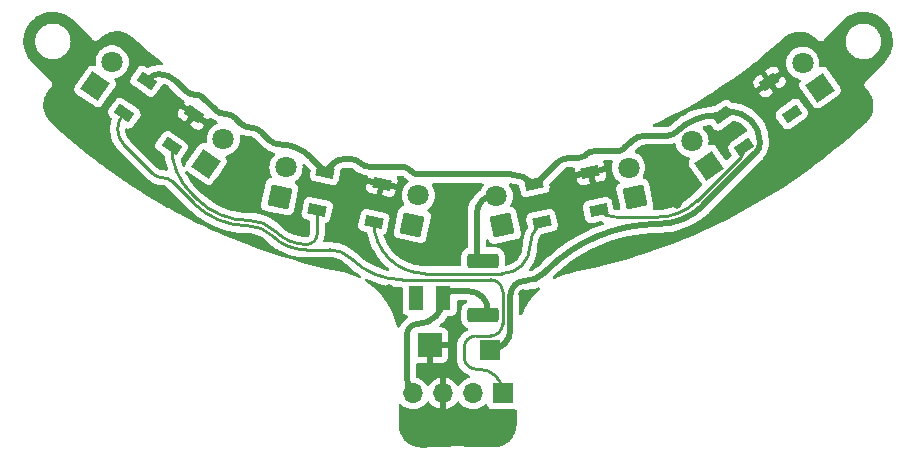
<source format=gbr>
%TF.GenerationSoftware,KiCad,Pcbnew,7.0.9*%
%TF.CreationDate,2025-01-15T22:01:11+09:00*%
%TF.ProjectId,line_front_back_robot2,6c696e65-5f66-4726-9f6e-74066261636b,rev?*%
%TF.SameCoordinates,Original*%
%TF.FileFunction,Copper,L1,Top*%
%TF.FilePolarity,Positive*%
%FSLAX46Y46*%
G04 Gerber Fmt 4.6, Leading zero omitted, Abs format (unit mm)*
G04 Created by KiCad (PCBNEW 7.0.9) date 2025-01-15 22:01:11*
%MOMM*%
%LPD*%
G01*
G04 APERTURE LIST*
G04 Aperture macros list*
%AMRoundRect*
0 Rectangle with rounded corners*
0 $1 Rounding radius*
0 $2 $3 $4 $5 $6 $7 $8 $9 X,Y pos of 4 corners*
0 Add a 4 corners polygon primitive as box body*
4,1,4,$2,$3,$4,$5,$6,$7,$8,$9,$2,$3,0*
0 Add four circle primitives for the rounded corners*
1,1,$1+$1,$2,$3*
1,1,$1+$1,$4,$5*
1,1,$1+$1,$6,$7*
1,1,$1+$1,$8,$9*
0 Add four rect primitives between the rounded corners*
20,1,$1+$1,$2,$3,$4,$5,0*
20,1,$1+$1,$4,$5,$6,$7,0*
20,1,$1+$1,$6,$7,$8,$9,0*
20,1,$1+$1,$8,$9,$2,$3,0*%
%AMRotRect*
0 Rectangle, with rotation*
0 The origin of the aperture is its center*
0 $1 length*
0 $2 width*
0 $3 Rotation angle, in degrees counterclockwise*
0 Add horizontal line*
21,1,$1,$2,0,0,$3*%
G04 Aperture macros list end*
%TA.AperFunction,ComponentPad*%
%ADD10RotRect,1.800000X1.800000X78.000000*%
%TD*%
%TA.AperFunction,ComponentPad*%
%ADD11C,1.800000*%
%TD*%
%TA.AperFunction,ComponentPad*%
%ADD12RotRect,1.800000X1.800000X102.000000*%
%TD*%
%TA.AperFunction,SMDPad,CuDef*%
%ADD13RotRect,1.500000X0.900000X192.000000*%
%TD*%
%TA.AperFunction,SMDPad,CuDef*%
%ADD14RotRect,1.500000X0.900000X145.000000*%
%TD*%
%TA.AperFunction,SMDPad,CuDef*%
%ADD15R,1.300000X2.000000*%
%TD*%
%TA.AperFunction,SMDPad,CuDef*%
%ADD16R,2.000000X2.000000*%
%TD*%
%TA.AperFunction,SMDPad,CuDef*%
%ADD17RotRect,1.500000X0.900000X168.000000*%
%TD*%
%TA.AperFunction,ComponentPad*%
%ADD18RotRect,1.800000X1.800000X125.000000*%
%TD*%
%TA.AperFunction,ComponentPad*%
%ADD19R,1.700000X1.700000*%
%TD*%
%TA.AperFunction,ComponentPad*%
%ADD20O,1.700000X1.700000*%
%TD*%
%TA.AperFunction,SMDPad,CuDef*%
%ADD21RotRect,1.500000X0.900000X215.000000*%
%TD*%
%TA.AperFunction,ComponentPad*%
%ADD22RotRect,1.800000X1.800000X55.000000*%
%TD*%
%TA.AperFunction,SMDPad,CuDef*%
%ADD23RoundRect,0.250000X1.075000X-0.362500X1.075000X0.362500X-1.075000X0.362500X-1.075000X-0.362500X0*%
%TD*%
%TA.AperFunction,ViaPad*%
%ADD24C,0.800000*%
%TD*%
%TA.AperFunction,Conductor*%
%ADD25C,0.500000*%
%TD*%
%TA.AperFunction,Conductor*%
%ADD26C,0.250000*%
%TD*%
G04 APERTURE END LIST*
D10*
%TO.P,Q10,1,C*%
%TO.N,+3.3V*%
X174756262Y-102614105D03*
D11*
%TO.P,Q10,2,E*%
%TO.N,Net-(Q1-E)*%
X175284358Y-100129610D03*
%TD*%
D12*
%TO.P,Q2,1,C*%
%TO.N,+3.3V*%
X193597947Y-100275554D03*
D11*
%TO.P,Q2,2,E*%
%TO.N,Net-(Q1-E)*%
X193069851Y-97791059D03*
%TD*%
D12*
%TO.P,Q1,1,C*%
%TO.N,+3.3V*%
X182394613Y-102687566D03*
D11*
%TO.P,Q1,2,E*%
%TO.N,Net-(Q1-E)*%
X181866517Y-100203071D03*
%TD*%
D13*
%TO.P,D5,1,DOUT*%
%TO.N,Net-(D1-DIN)*%
X190533130Y-101392166D03*
%TO.P,D5,2,GND*%
%TO.N,GND*%
X189847021Y-98164279D03*
%TO.P,D5,3,VDD*%
%TO.N,+5V*%
X185054098Y-99183046D03*
%TO.P,D5,4,DIN*%
%TO.N,Net-(D2-DOUT)*%
X185740207Y-102410933D03*
%TD*%
D14*
%TO.P,D3,1,DOUT*%
%TO.N,Net-(D2-DIN)*%
X154386337Y-95986264D03*
%TO.P,D3,2,GND*%
%TO.N,GND*%
X156279140Y-93283062D03*
%TO.P,D3,3,VDD*%
%TO.N,+5V*%
X152265295Y-90472538D03*
%TO.P,D3,4,DIN*%
%TO.N,/PWM*%
X150372492Y-93175740D03*
%TD*%
D15*
%TO.P,RV2,1,1*%
%TO.N,unconnected-(RV2-Pad1)*%
X175098592Y-108820719D03*
D16*
%TO.P,RV2,2,2*%
%TO.N,GND*%
X176248592Y-112820719D03*
D15*
%TO.P,RV2,3,3*%
%TO.N,/S*%
X177398592Y-108820719D03*
%TD*%
D17*
%TO.P,D2,1,DOUT*%
%TO.N,Net-(D2-DOUT)*%
X171502245Y-102387607D03*
%TO.P,D2,2,GND*%
%TO.N,GND*%
X172188354Y-99159720D03*
%TO.P,D2,3,VDD*%
%TO.N,+5V*%
X167395431Y-98140953D03*
%TO.P,D2,4,DIN*%
%TO.N,Net-(D2-DIN)*%
X166709322Y-101368840D03*
%TD*%
D18*
%TO.P,Q4,1,C*%
%TO.N,+3.3V*%
X209272680Y-91014723D03*
D11*
%TO.P,Q4,2,E*%
%TO.N,Net-(Q1-E)*%
X207815796Y-88934077D03*
%TD*%
D18*
%TO.P,Q3,1,C*%
%TO.N,+3.3V*%
X199902405Y-97612484D03*
D11*
%TO.P,Q3,2,E*%
%TO.N,Net-(Q1-E)*%
X198445521Y-95531838D03*
%TD*%
D10*
%TO.P,Q9,1,C*%
%TO.N,+3.3V*%
X163540453Y-100260781D03*
D11*
%TO.P,Q9,2,E*%
%TO.N,Net-(Q1-E)*%
X164068549Y-97776286D03*
%TD*%
D19*
%TO.P,J2,1,Pin_1*%
%TO.N,/PWM*%
X182456099Y-116907974D03*
D20*
%TO.P,J2,2,Pin_2*%
%TO.N,+3.3V*%
X179916099Y-116907974D03*
%TO.P,J2,3,Pin_3*%
%TO.N,GND*%
X177376099Y-116907974D03*
%TO.P,J2,4,Pin_4*%
%TO.N,/S*%
X174836099Y-116907974D03*
%TD*%
D19*
%TO.P,J3,1,Pin_1*%
%TO.N,+5V*%
X181323592Y-113220719D03*
%TD*%
D21*
%TO.P,D1,1,DOUT*%
%TO.N,unconnected-(D1-DOUT-Pad1)*%
X206887797Y-93240090D03*
%TO.P,D1,2,GND*%
%TO.N,GND*%
X204994994Y-90536888D03*
%TO.P,D1,3,VDD*%
%TO.N,+5V*%
X200981149Y-93347412D03*
%TO.P,D1,4,DIN*%
%TO.N,Net-(D1-DIN)*%
X202873952Y-96050614D03*
%TD*%
D22*
%TO.P,Q7,1,C*%
%TO.N,+3.3V*%
X147888486Y-90917591D03*
D11*
%TO.P,Q7,2,E*%
%TO.N,Net-(Q1-E)*%
X149345370Y-88836945D03*
%TD*%
D22*
%TO.P,Q8,1,C*%
%TO.N,+3.3V*%
X157293176Y-97466202D03*
D11*
%TO.P,Q8,2,E*%
%TO.N,Net-(Q1-E)*%
X158750060Y-95385556D03*
%TD*%
D23*
%TO.P,R8,1*%
%TO.N,/S*%
X180748592Y-110283219D03*
%TO.P,R8,2*%
%TO.N,Net-(Q1-E)*%
X180748592Y-105658219D03*
%TD*%
D24*
%TO.N,GND*%
X148270000Y-93800000D03*
X161350000Y-103850000D03*
X187880000Y-100220000D03*
X196540000Y-98120000D03*
X193720000Y-104280000D03*
X178010000Y-114710000D03*
X202340000Y-94510000D03*
X178630000Y-119840000D03*
X202610000Y-91070000D03*
X204440000Y-92540000D03*
X201700000Y-100970000D03*
X172780000Y-108030000D03*
X169410000Y-100310000D03*
X176360000Y-115040000D03*
X178020000Y-101480000D03*
X212420000Y-92930000D03*
X153440000Y-99860000D03*
X153320000Y-93290000D03*
X197170000Y-100870000D03*
X160510000Y-98510000D03*
X177360000Y-104920000D03*
X145020000Y-92330000D03*
X184090000Y-108460000D03*
%TD*%
D25*
%TO.N,+5V*%
X171070442Y-97706228D02*
X174053125Y-97706228D01*
X167395431Y-98140953D02*
X166203087Y-96948609D01*
X201298561Y-93030000D02*
X200981149Y-93347412D01*
X174547692Y-97983620D02*
X174641179Y-98077107D01*
X175348286Y-98370000D02*
X183091234Y-98370000D01*
X185935031Y-106694969D02*
X186151505Y-106478495D01*
X155607107Y-91307107D02*
X154797811Y-90497811D01*
X152574992Y-90162841D02*
X152265295Y-90472538D01*
X199398600Y-100991400D02*
X203811700Y-96578300D01*
X167395431Y-98140953D02*
X168163491Y-97372893D01*
X162747107Y-95517107D02*
X162045424Y-94815424D01*
X185256954Y-99183046D02*
X185054098Y-99183046D01*
X188712044Y-97010000D02*
X187844214Y-97010000D01*
X183070000Y-111474311D02*
X183070000Y-108605261D01*
X160287107Y-94087107D02*
X159843825Y-93643825D01*
X192296818Y-96409402D02*
X190141630Y-96409402D01*
X192716818Y-96153182D02*
X193278721Y-95591254D01*
X187137107Y-97302893D02*
X185256954Y-99183046D01*
X170322893Y-97372893D02*
X170363335Y-97413335D01*
X158113537Y-92927107D02*
X157079323Y-91892893D01*
X196405766Y-95070000D02*
X194537102Y-95070000D01*
X200981149Y-93347412D02*
X200564459Y-93347412D01*
X168870598Y-97080000D02*
X169615786Y-97080000D01*
X189434523Y-96702295D02*
X189351815Y-96785003D01*
X201589141Y-93030000D02*
X201298561Y-93030000D01*
X156372216Y-91600000D02*
X156314214Y-91600000D01*
X162045409Y-94815439D02*
G75*
G03*
X160994214Y-94380000I-1051209J-1051161D01*
G01*
X159843809Y-93643841D02*
G75*
G03*
X158820644Y-93220000I-1023209J-1023159D01*
G01*
X188712044Y-97010023D02*
G75*
G03*
X189351815Y-96785003I-44J1022123D01*
G01*
X196405766Y-95069990D02*
G75*
G03*
X197112893Y-94777107I34J999990D01*
G01*
X184305247Y-107369973D02*
G75*
G03*
X185935031Y-106694969I153J2304673D01*
G01*
X160287100Y-94087114D02*
G75*
G03*
X160994214Y-94380000I707100J707114D01*
G01*
X195611629Y-102560040D02*
G75*
G03*
X186151505Y-106478495I-129J-13378460D01*
G01*
X187844214Y-97010010D02*
G75*
G03*
X187137107Y-97302893I-14J-999990D01*
G01*
X154797794Y-90497828D02*
G75*
G03*
X153282047Y-89870000I-1515694J-1515672D01*
G01*
X184305247Y-107370000D02*
G75*
G03*
X183070000Y-108605261I53J-1235300D01*
G01*
X158113515Y-92927129D02*
G75*
G03*
X158820644Y-93220000I707085J707129D01*
G01*
X162747100Y-95517114D02*
G75*
G03*
X163454214Y-95810000I707100J707114D01*
G01*
X204200000Y-95640861D02*
G75*
G03*
X201589141Y-93030000I-2610900J-39D01*
G01*
X174641186Y-98077100D02*
G75*
G03*
X175348286Y-98370000I707114J707100D01*
G01*
X190141630Y-96409423D02*
G75*
G03*
X189434523Y-96702295I-30J-999977D01*
G01*
X170322900Y-97372886D02*
G75*
G03*
X169615786Y-97080000I-707100J-707114D01*
G01*
X166203076Y-96948620D02*
G75*
G03*
X163454214Y-95810000I-2748876J-2748880D01*
G01*
X168870598Y-97079999D02*
G75*
G03*
X168163492Y-97372894I2J-1000001D01*
G01*
X195611629Y-102560026D02*
G75*
G03*
X199398599Y-100991399I-29J5355626D01*
G01*
X192296819Y-96409406D02*
G75*
G03*
X192716818Y-96153182I-318919J995106D01*
G01*
X174547694Y-97983618D02*
G75*
G03*
X174053125Y-97706228I-726594J-715882D01*
G01*
X153282047Y-89869975D02*
G75*
G03*
X152574992Y-90162841I-47J-999825D01*
G01*
X170363308Y-97413362D02*
G75*
G03*
X171070442Y-97706228I707092J707162D01*
G01*
X155607100Y-91307114D02*
G75*
G03*
X156314214Y-91600000I707100J707114D01*
G01*
X181323592Y-113220700D02*
G75*
G03*
X183070000Y-111474311I8J1746400D01*
G01*
X200564459Y-93347372D02*
G75*
G03*
X197112894Y-94777108I41J-4881228D01*
G01*
X157079315Y-91892901D02*
G75*
G03*
X156372216Y-91600000I-707115J-707099D01*
G01*
X185054080Y-99183064D02*
G75*
G03*
X183091234Y-98370000I-1962880J-1962836D01*
G01*
X203811711Y-96578311D02*
G75*
G03*
X204200000Y-95640861I-937411J937411D01*
G01*
X194537102Y-95070007D02*
G75*
G03*
X193278721Y-95591254I-2J-1779593D01*
G01*
D26*
%TO.N,/PWM*%
X150372517Y-95892517D02*
X152744052Y-98264052D01*
X154382925Y-98942925D02*
X156249623Y-100809623D01*
X173905945Y-107280000D02*
X181398592Y-107280000D01*
X180160000Y-114850000D02*
X180398127Y-114850000D01*
X179160000Y-113030000D02*
X179160000Y-113850000D01*
X181398592Y-112030000D02*
X180160000Y-112030000D01*
X165738296Y-104740000D02*
X167774023Y-104739999D01*
X182398592Y-108280000D02*
X182398592Y-111030000D01*
X162924463Y-103574443D02*
G75*
G03*
X165738296Y-104740000I2813837J2813743D01*
G01*
X169603729Y-105497904D02*
G75*
G03*
X173905945Y-107280000I4302171J4301904D01*
G01*
X156249602Y-100809644D02*
G75*
G03*
X160837549Y-102710000I4587898J4587944D01*
G01*
X182398600Y-108280000D02*
G75*
G03*
X181398592Y-107280000I-1000000J0D01*
G01*
X179160000Y-113850000D02*
G75*
G03*
X180160000Y-114850000I1000000J0D01*
G01*
X180160000Y-112030000D02*
G75*
G03*
X179160000Y-113030000I0J-1000000D01*
G01*
X181398592Y-112029992D02*
G75*
G03*
X182398592Y-111030000I8J999992D01*
G01*
X154382902Y-98942948D02*
G75*
G03*
X153675786Y-98650000I-707202J-707152D01*
G01*
X152744047Y-98264057D02*
G75*
G03*
X153675786Y-98650000I931753J931757D01*
G01*
X182456100Y-116907974D02*
G75*
G03*
X180398127Y-114850000I-2058000J-26D01*
G01*
X150372476Y-93175724D02*
G75*
G03*
X150372517Y-95892517I1358424J-1358376D01*
G01*
X169603727Y-105497906D02*
G75*
G03*
X167774023Y-104739999I-1829727J-1829694D01*
G01*
X162924437Y-103574469D02*
G75*
G03*
X160837549Y-102710000I-2086937J-2086831D01*
G01*
D25*
%TO.N,/S*%
X174320000Y-115662056D02*
X174320000Y-111899307D01*
X177959311Y-108260000D02*
X177398592Y-108820719D01*
X180748592Y-110283219D02*
X181160000Y-109871811D01*
X179548208Y-108260000D02*
X177959311Y-108260000D01*
X175189307Y-111030000D02*
G75*
G03*
X174320000Y-111899307I-7J-869300D01*
G01*
X181160000Y-109871811D02*
G75*
G03*
X179548208Y-108260000I-1611800J11D01*
G01*
X175189307Y-111029992D02*
G75*
G03*
X177398592Y-108820719I-7J2209292D01*
G01*
X174320020Y-115662056D02*
G75*
G03*
X174836099Y-116907974I1761880J-44D01*
G01*
%TO.N,Net-(Q1-E)*%
X180230000Y-105658219D02*
X180230000Y-101653447D01*
X180748592Y-105658219D02*
X180230000Y-105658219D01*
X181773446Y-100110000D02*
X181866517Y-100203071D01*
X181773446Y-100110000D02*
G75*
G03*
X180230000Y-101653447I-46J-1543400D01*
G01*
D26*
%TO.N,Net-(D1-DIN)*%
X202873952Y-96050614D02*
X202873952Y-96185748D01*
X191964322Y-101985000D02*
X195520483Y-101984994D01*
X202581059Y-96892855D02*
X198880821Y-100593093D01*
X202581025Y-96892821D02*
G75*
G03*
X202873952Y-96185748I-707025J707121D01*
G01*
X195520483Y-101984962D02*
G75*
G03*
X198880821Y-100593093I17J4752262D01*
G01*
X190533114Y-101392182D02*
G75*
G03*
X191964322Y-101985000I1431186J1431182D01*
G01*
%TO.N,Net-(D2-DOUT)*%
X182384214Y-106760000D02*
X175874635Y-106760000D01*
X185740207Y-102410933D02*
X185421399Y-102729741D01*
X182384214Y-106759978D02*
G75*
G03*
X184719278Y-104424920I-14J2335078D01*
G01*
X171502200Y-102387607D02*
G75*
G03*
X175874635Y-106760000I4372400J7D01*
G01*
X185421387Y-102729729D02*
G75*
G03*
X184719278Y-104424920I1695113J-1695071D01*
G01*
%TO.N,Net-(D2-DIN)*%
X156515673Y-100439277D02*
X156029400Y-99953004D01*
X166709322Y-101368840D02*
X166709322Y-103392975D01*
X163190419Y-103204009D02*
G75*
G03*
X160911361Y-102260000I-2279019J-2278991D01*
G01*
X156515687Y-100439263D02*
G75*
G03*
X160911361Y-102260000I4395613J4395563D01*
G01*
X154386337Y-95986264D02*
G75*
G03*
X156029401Y-99953003I5609763J-36D01*
G01*
X163190408Y-103204020D02*
G75*
G03*
X165812279Y-104289994I2621792J2621820D01*
G01*
X165812279Y-104290022D02*
G75*
G03*
X166709322Y-103392975I21J897022D01*
G01*
%TD*%
%TA.AperFunction,Conductor*%
%TO.N,GND*%
G36*
X177626099Y-118238607D02*
G01*
X177839582Y-118181407D01*
X177839591Y-118181403D01*
X178053677Y-118081574D01*
X178247181Y-117946079D01*
X178414204Y-117779056D01*
X178544218Y-117593379D01*
X178598795Y-117549755D01*
X178668294Y-117542562D01*
X178730648Y-117574084D01*
X178747368Y-117593379D01*
X178877604Y-117779375D01*
X179044698Y-117946469D01*
X179141483Y-118014239D01*
X179238264Y-118082006D01*
X179238266Y-118082007D01*
X179238269Y-118082009D01*
X179452436Y-118181877D01*
X179680691Y-118243037D01*
X179857133Y-118258474D01*
X179916098Y-118263633D01*
X179916099Y-118263633D01*
X179916100Y-118263633D01*
X179975065Y-118258474D01*
X180151507Y-118243037D01*
X180379762Y-118181877D01*
X180593929Y-118082009D01*
X180787500Y-117946469D01*
X180909428Y-117824540D01*
X180970747Y-117791058D01*
X181040439Y-117796042D01*
X181096373Y-117837913D01*
X181113288Y-117868891D01*
X181162301Y-118000302D01*
X181162305Y-118000309D01*
X181248551Y-118115518D01*
X181248554Y-118115521D01*
X181363763Y-118201767D01*
X181363770Y-118201771D01*
X181498616Y-118252065D01*
X181498615Y-118252065D01*
X181505543Y-118252809D01*
X181558226Y-118258474D01*
X183353971Y-118258473D01*
X183404125Y-118253081D01*
X183413583Y-118252065D01*
X183426647Y-118247192D01*
X183496338Y-118242205D01*
X183557663Y-118275688D01*
X183591149Y-118337010D01*
X183593984Y-118363372D01*
X183593984Y-119486152D01*
X183593862Y-119490027D01*
X183590819Y-119538393D01*
X183588000Y-119583192D01*
X183577195Y-119741667D01*
X183576239Y-119749075D01*
X183553962Y-119865847D01*
X183526460Y-119998626D01*
X183524713Y-120005217D01*
X183486469Y-120122910D01*
X183442615Y-120246734D01*
X183440269Y-120252439D01*
X183386669Y-120366332D01*
X183327090Y-120481747D01*
X183324342Y-120486534D01*
X183257028Y-120592591D01*
X183255404Y-120595020D01*
X183181871Y-120699632D01*
X183178916Y-120703503D01*
X183098541Y-120800645D01*
X183096186Y-120803331D01*
X183009384Y-120896726D01*
X183006407Y-120899718D01*
X182914401Y-120986102D01*
X182911227Y-120988885D01*
X182812570Y-121069618D01*
X182809743Y-121071799D01*
X182707724Y-121145904D01*
X182703674Y-121148609D01*
X182594665Y-121215395D01*
X182592137Y-121216862D01*
X182482007Y-121277390D01*
X182477056Y-121279830D01*
X182358159Y-121332005D01*
X182241100Y-121378334D01*
X182235258Y-121380317D01*
X182108910Y-121416289D01*
X181989057Y-121447042D01*
X181982370Y-121448371D01*
X181848101Y-121467461D01*
X181730155Y-121482341D01*
X181722705Y-121482828D01*
X181565831Y-121483632D01*
X181470304Y-121483616D01*
X181466410Y-121483493D01*
X180894837Y-121447437D01*
X179745850Y-121404383D01*
X178596138Y-121390696D01*
X177446452Y-121406384D01*
X176297541Y-121451438D01*
X176255477Y-121454165D01*
X175725803Y-121488503D01*
X175721905Y-121488633D01*
X175628650Y-121488804D01*
X175469449Y-121488261D01*
X175461987Y-121487785D01*
X175343940Y-121473074D01*
X175209476Y-121454165D01*
X175202779Y-121452844D01*
X175082771Y-121422229D01*
X174956222Y-121386386D01*
X174950370Y-121384410D01*
X174833153Y-121338189D01*
X174714031Y-121286090D01*
X174709072Y-121283653D01*
X174638035Y-121244716D01*
X174598786Y-121223202D01*
X174596267Y-121221743D01*
X174487016Y-121154972D01*
X174482959Y-121152268D01*
X174380795Y-121078213D01*
X174377962Y-121076032D01*
X174279096Y-120995282D01*
X174275916Y-120992499D01*
X174236771Y-120955810D01*
X174183741Y-120906107D01*
X174180773Y-120903128D01*
X174093795Y-120809693D01*
X174091435Y-120807007D01*
X174010913Y-120709833D01*
X174007958Y-120705968D01*
X173934253Y-120601257D01*
X173932649Y-120598859D01*
X173928665Y-120592591D01*
X173907889Y-120559900D01*
X173865184Y-120492706D01*
X173862431Y-120487915D01*
X173802736Y-120372418D01*
X173749028Y-120258437D01*
X173746677Y-120252726D01*
X173702713Y-120128734D01*
X173695828Y-120107571D01*
X173664403Y-120010978D01*
X173662660Y-120004415D01*
X173635074Y-119871370D01*
X173634019Y-119865847D01*
X173612764Y-119754565D01*
X173611811Y-119747184D01*
X173600954Y-119588123D01*
X173597267Y-119529602D01*
X173595107Y-119495293D01*
X173594984Y-119491395D01*
X173594984Y-117876117D01*
X173614669Y-117809078D01*
X173667473Y-117763323D01*
X173736631Y-117753379D01*
X173800187Y-117782404D01*
X173806665Y-117788436D01*
X173964698Y-117946469D01*
X174061483Y-118014239D01*
X174158264Y-118082006D01*
X174158266Y-118082007D01*
X174158269Y-118082009D01*
X174372436Y-118181877D01*
X174600691Y-118243037D01*
X174777133Y-118258474D01*
X174836098Y-118263633D01*
X174836099Y-118263633D01*
X174836100Y-118263633D01*
X174895065Y-118258474D01*
X175071507Y-118243037D01*
X175299762Y-118181877D01*
X175513929Y-118082009D01*
X175707500Y-117946469D01*
X175874594Y-117779375D01*
X176004829Y-117593379D01*
X176059406Y-117549755D01*
X176128904Y-117542561D01*
X176191259Y-117574084D01*
X176207978Y-117593379D01*
X176337989Y-117779052D01*
X176505016Y-117946079D01*
X176698520Y-118081574D01*
X176912606Y-118181403D01*
X176912615Y-118181407D01*
X177126099Y-118238608D01*
X177126099Y-117343475D01*
X177233784Y-117392654D01*
X177340336Y-117407974D01*
X177411862Y-117407974D01*
X177518414Y-117392654D01*
X177626099Y-117343475D01*
X177626099Y-118238607D01*
G37*
%TD.AperFunction*%
%TA.AperFunction,Conductor*%
G36*
X179349498Y-109030185D02*
G01*
X179395253Y-109082989D01*
X179405197Y-109152147D01*
X179376172Y-109215703D01*
X179347556Y-109240039D01*
X179204934Y-109328008D01*
X179080881Y-109452061D01*
X178988779Y-109601382D01*
X178988778Y-109601385D01*
X178933593Y-109767922D01*
X178933593Y-109767923D01*
X178933592Y-109767923D01*
X178923092Y-109870702D01*
X178923092Y-110695720D01*
X178923093Y-110695738D01*
X178933592Y-110798515D01*
X178933593Y-110798518D01*
X178971767Y-110913717D01*
X178988778Y-110965053D01*
X179080880Y-111114375D01*
X179204936Y-111238431D01*
X179354258Y-111330533D01*
X179410395Y-111349135D01*
X179467839Y-111388906D01*
X179494663Y-111453422D01*
X179482348Y-111522197D01*
X179434806Y-111573398D01*
X179422904Y-111579634D01*
X179378992Y-111599688D01*
X179378979Y-111599695D01*
X179183392Y-111725391D01*
X179183386Y-111725395D01*
X179007661Y-111877661D01*
X178855395Y-112053386D01*
X178855391Y-112053392D01*
X178729695Y-112248979D01*
X178729682Y-112249002D01*
X178633099Y-112460489D01*
X178567590Y-112683594D01*
X178534500Y-112913743D01*
X178534500Y-113966256D01*
X178567590Y-114196405D01*
X178633099Y-114419510D01*
X178729682Y-114630997D01*
X178729695Y-114631020D01*
X178855391Y-114826607D01*
X178855395Y-114826613D01*
X179007661Y-115002338D01*
X179183386Y-115154604D01*
X179183392Y-115154608D01*
X179378979Y-115280304D01*
X179379002Y-115280317D01*
X179580572Y-115372371D01*
X179633376Y-115418126D01*
X179653061Y-115485165D01*
X179633376Y-115552204D01*
X179580572Y-115597959D01*
X179561154Y-115604940D01*
X179452443Y-115634068D01*
X179452434Y-115634072D01*
X179238270Y-115733938D01*
X179238268Y-115733939D01*
X179044696Y-115869479D01*
X178877607Y-116036568D01*
X178747368Y-116222569D01*
X178692791Y-116266193D01*
X178623292Y-116273386D01*
X178560938Y-116241864D01*
X178544218Y-116222568D01*
X178414212Y-116036900D01*
X178414207Y-116036894D01*
X178247181Y-115869868D01*
X178053677Y-115734373D01*
X177839591Y-115634544D01*
X177839585Y-115634541D01*
X177626099Y-115577338D01*
X177626099Y-116472472D01*
X177518414Y-116423294D01*
X177411862Y-116407974D01*
X177340336Y-116407974D01*
X177233784Y-116423294D01*
X177126099Y-116472472D01*
X177126099Y-115577338D01*
X177126098Y-115577338D01*
X176912612Y-115634541D01*
X176912606Y-115634544D01*
X176698521Y-115734373D01*
X176698519Y-115734374D01*
X176505025Y-115869860D01*
X176505019Y-115869865D01*
X176337990Y-116036894D01*
X176337989Y-116036896D01*
X176207979Y-116222569D01*
X176153402Y-116266193D01*
X176083903Y-116273386D01*
X176021549Y-116241864D01*
X176004829Y-116222568D01*
X175874593Y-116036571D01*
X175707501Y-115869480D01*
X175707494Y-115869475D01*
X175513933Y-115733941D01*
X175513929Y-115733939D01*
X175453510Y-115705765D01*
X175299762Y-115634071D01*
X175299758Y-115634070D01*
X175299754Y-115634068D01*
X175162407Y-115597267D01*
X175102746Y-115560902D01*
X175072217Y-115498055D01*
X175070500Y-115477492D01*
X175070500Y-114444561D01*
X175090185Y-114377522D01*
X175142989Y-114331767D01*
X175197443Y-114321441D01*
X175197443Y-114320719D01*
X175998592Y-114320719D01*
X175998592Y-113070719D01*
X176498592Y-113070719D01*
X176498592Y-114320719D01*
X177296420Y-114320719D01*
X177296436Y-114320718D01*
X177355964Y-114314317D01*
X177355971Y-114314315D01*
X177490678Y-114264073D01*
X177490685Y-114264069D01*
X177605779Y-114177909D01*
X177605782Y-114177906D01*
X177691942Y-114062812D01*
X177691946Y-114062805D01*
X177742188Y-113928098D01*
X177742190Y-113928091D01*
X177748591Y-113868563D01*
X177748592Y-113868546D01*
X177748592Y-113070719D01*
X176498592Y-113070719D01*
X175998592Y-113070719D01*
X175998592Y-112694719D01*
X176018277Y-112627680D01*
X176071081Y-112581925D01*
X176122592Y-112570719D01*
X177748592Y-112570719D01*
X177748592Y-111772891D01*
X177748591Y-111772874D01*
X177742190Y-111713346D01*
X177742188Y-111713339D01*
X177691946Y-111578632D01*
X177691942Y-111578625D01*
X177605782Y-111463531D01*
X177605779Y-111463528D01*
X177490685Y-111377368D01*
X177490678Y-111377364D01*
X177355971Y-111327122D01*
X177355964Y-111327120D01*
X177296436Y-111320719D01*
X177159119Y-111320719D01*
X177092080Y-111301034D01*
X177046325Y-111248230D01*
X177036381Y-111179072D01*
X177065406Y-111115516D01*
X177076147Y-111104569D01*
X177231095Y-110965053D01*
X177285056Y-110916467D01*
X177492641Y-110685922D01*
X177674990Y-110434941D01*
X177689079Y-110410539D01*
X177704853Y-110383218D01*
X177755420Y-110335002D01*
X177812240Y-110321218D01*
X178096463Y-110321218D01*
X178096464Y-110321218D01*
X178156075Y-110314810D01*
X178290923Y-110264515D01*
X178406138Y-110178265D01*
X178492388Y-110063050D01*
X178542683Y-109928202D01*
X178549092Y-109868592D01*
X178549092Y-109134500D01*
X178568777Y-109067461D01*
X178621581Y-109021706D01*
X178673092Y-109010500D01*
X179282459Y-109010500D01*
X179349498Y-109030185D01*
G37*
%TD.AperFunction*%
%TA.AperFunction,Conductor*%
G36*
X170902925Y-107201886D02*
G01*
X170918587Y-107207796D01*
X171336575Y-107398692D01*
X171336581Y-107398694D01*
X171336585Y-107398696D01*
X171785635Y-107566188D01*
X172245508Y-107701223D01*
X172713837Y-107803103D01*
X173188240Y-107871312D01*
X173294580Y-107878916D01*
X173666308Y-107905502D01*
X173824092Y-107905500D01*
X173891130Y-107925184D01*
X173936886Y-107977987D01*
X173948092Y-108029500D01*
X173948092Y-109868589D01*
X173948093Y-109868595D01*
X173954500Y-109928202D01*
X174004794Y-110063047D01*
X174004798Y-110063054D01*
X174091044Y-110178263D01*
X174091047Y-110178266D01*
X174206256Y-110264512D01*
X174206263Y-110264516D01*
X174309991Y-110303204D01*
X174365925Y-110345075D01*
X174390342Y-110410539D01*
X174375491Y-110478812D01*
X174333698Y-110523701D01*
X174216112Y-110599268D01*
X174216105Y-110599274D01*
X174041002Y-110751000D01*
X174041000Y-110751002D01*
X173889274Y-110926105D01*
X173889271Y-110926108D01*
X173764001Y-111121033D01*
X173763994Y-111121046D01*
X173697090Y-111267548D01*
X173651336Y-111320352D01*
X173584296Y-111340037D01*
X173517257Y-111320353D01*
X173471502Y-111267549D01*
X173463530Y-111244173D01*
X173386541Y-110913716D01*
X173386541Y-110913717D01*
X173386540Y-110913716D01*
X173248907Y-110476836D01*
X173248906Y-110476832D01*
X173078369Y-110051704D01*
X172875922Y-109640813D01*
X172658238Y-109272748D01*
X172642739Y-109246542D01*
X172380195Y-108871212D01*
X172380196Y-108871212D01*
X172235530Y-108694745D01*
X172089791Y-108516968D01*
X172089787Y-108516964D01*
X172089784Y-108516960D01*
X172089784Y-108516961D01*
X171773235Y-108185897D01*
X171432363Y-107879918D01*
X171069161Y-107600814D01*
X171069162Y-107600814D01*
X170799232Y-107424385D01*
X170753886Y-107371230D01*
X170744476Y-107301997D01*
X170773990Y-107238667D01*
X170833058Y-107201347D01*
X170902925Y-107201886D01*
G37*
%TD.AperFunction*%
%TA.AperFunction,Conductor*%
G36*
X185510395Y-107951528D02*
G01*
X185546047Y-108011617D01*
X185543552Y-108081442D01*
X185508564Y-108134706D01*
X185471352Y-108167989D01*
X185423141Y-108211109D01*
X185423136Y-108211113D01*
X185423135Y-108211115D01*
X185105360Y-108542376D01*
X185105361Y-108542375D01*
X185056949Y-108601253D01*
X184813819Y-108896943D01*
X184550211Y-109272748D01*
X184448540Y-109444209D01*
X184331960Y-109640813D01*
X184316082Y-109667589D01*
X184316082Y-109667588D01*
X184120757Y-110063047D01*
X184112796Y-110079166D01*
X184059548Y-110211593D01*
X184016274Y-110266449D01*
X183950213Y-110289201D01*
X183882338Y-110272626D01*
X183834199Y-110221986D01*
X183820500Y-110165333D01*
X183820500Y-108609356D01*
X183821031Y-108601253D01*
X183829271Y-108538678D01*
X183834891Y-108495995D01*
X183843269Y-108464735D01*
X183879206Y-108377979D01*
X183895391Y-108349946D01*
X183952559Y-108275444D01*
X183975439Y-108252562D01*
X184049950Y-108195385D01*
X184077967Y-108179210D01*
X184164727Y-108143271D01*
X184195990Y-108134893D01*
X184246886Y-108128189D01*
X184301229Y-108121033D01*
X184309307Y-108120503D01*
X184377830Y-108120501D01*
X184387205Y-108120501D01*
X184387623Y-108120478D01*
X184455299Y-108120483D01*
X184754058Y-108091076D01*
X185048496Y-108032524D01*
X185335776Y-107945393D01*
X185378450Y-107927718D01*
X185447917Y-107920252D01*
X185510395Y-107951528D01*
G37*
%TD.AperFunction*%
%TA.AperFunction,Conductor*%
G36*
X213088070Y-84596574D02*
G01*
X213093528Y-84596881D01*
X213251766Y-84612918D01*
X213393603Y-84632510D01*
X213398723Y-84633440D01*
X213553673Y-84668389D01*
X213671867Y-84700201D01*
X213692339Y-84705711D01*
X213697051Y-84707182D01*
X213811263Y-84747926D01*
X213845207Y-84760035D01*
X213847866Y-84761053D01*
X213979851Y-84815087D01*
X213984036Y-84816987D01*
X214124583Y-84887233D01*
X214127352Y-84888707D01*
X214251636Y-84958920D01*
X214255342Y-84961189D01*
X214279624Y-84977248D01*
X214386333Y-85047822D01*
X214389097Y-85049762D01*
X214503693Y-85135068D01*
X214506807Y-85137548D01*
X214626367Y-85239310D01*
X214629144Y-85241823D01*
X214661449Y-85272871D01*
X214732135Y-85340808D01*
X214734734Y-85343462D01*
X214841129Y-85458863D01*
X214843773Y-85461925D01*
X214933529Y-85573018D01*
X214935620Y-85575758D01*
X215027368Y-85703198D01*
X215029769Y-85706793D01*
X215077315Y-85783666D01*
X215104836Y-85828164D01*
X215106423Y-85830882D01*
X215182190Y-85968542D01*
X215184276Y-85972692D01*
X215243485Y-86102394D01*
X215244607Y-86105011D01*
X215303288Y-86250946D01*
X215304948Y-86255603D01*
X215347745Y-86392701D01*
X215388802Y-86546119D01*
X215389942Y-86551237D01*
X215415137Y-86692160D01*
X215437430Y-86849594D01*
X215437961Y-86855114D01*
X215445264Y-86997502D01*
X215448423Y-87156782D01*
X215448263Y-87162624D01*
X215437723Y-87304005D01*
X215421604Y-87463047D01*
X215420683Y-87469121D01*
X215392736Y-87606931D01*
X215357371Y-87763734D01*
X215355628Y-87769938D01*
X215311186Y-87901513D01*
X215256687Y-88054283D01*
X215254080Y-88060502D01*
X215194830Y-88182722D01*
X215121052Y-88330333D01*
X215117551Y-88336443D01*
X215047338Y-88444302D01*
X214952519Y-88587670D01*
X214948120Y-88593536D01*
X214892349Y-88659408D01*
X214754418Y-88821464D01*
X214751904Y-88824242D01*
X213152703Y-90488154D01*
X213151910Y-90488976D01*
X213130938Y-90510732D01*
X213115777Y-90526460D01*
X213065227Y-90617489D01*
X213039619Y-90718412D01*
X213039619Y-90718413D01*
X213039619Y-90718414D01*
X213040651Y-90822533D01*
X213048066Y-90849499D01*
X213068256Y-90922930D01*
X213120604Y-91012942D01*
X213120606Y-91012944D01*
X213135105Y-91027399D01*
X213157062Y-91049291D01*
X213157398Y-91049627D01*
X213157400Y-91049630D01*
X213213729Y-91105957D01*
X213216545Y-91108968D01*
X213269271Y-91169258D01*
X213393327Y-91312859D01*
X213398110Y-91319167D01*
X213464247Y-91419047D01*
X213545882Y-91547353D01*
X213549371Y-91553607D01*
X213604964Y-91668345D01*
X213664245Y-91800810D01*
X213666557Y-91806784D01*
X213707380Y-91931018D01*
X213746104Y-92068294D01*
X213747389Y-92073799D01*
X213771298Y-92202420D01*
X213771826Y-92205770D01*
X213789854Y-92344650D01*
X213790292Y-92349529D01*
X213796870Y-92480761D01*
X213796939Y-92484905D01*
X213794598Y-92624571D01*
X213794390Y-92628712D01*
X213783415Y-92759646D01*
X213782814Y-92764507D01*
X213760140Y-92902714D01*
X213759499Y-92906045D01*
X213731296Y-93033773D01*
X213729827Y-93039231D01*
X213686522Y-93175139D01*
X213641554Y-93297943D01*
X213639043Y-93303837D01*
X213575362Y-93434227D01*
X213515947Y-93547046D01*
X213512251Y-93553178D01*
X213426364Y-93678674D01*
X213356924Y-93776267D01*
X213351929Y-93782415D01*
X213220845Y-93924222D01*
X213168929Y-93979713D01*
X213165394Y-93983201D01*
X212608774Y-94490000D01*
X212164545Y-94893929D01*
X211613439Y-95369580D01*
X211123739Y-95790533D01*
X210567201Y-96245668D01*
X210058974Y-96658487D01*
X209493533Y-97096383D01*
X209479123Y-97107437D01*
X208971020Y-97497166D01*
X208395791Y-97918705D01*
X207860708Y-98305933D01*
X207275428Y-98711410D01*
X206728860Y-99084193D01*
X206133688Y-99473562D01*
X205576240Y-99831421D01*
X204971431Y-100204556D01*
X204403823Y-100546988D01*
X203789579Y-100903792D01*
X203212388Y-101230421D01*
X202589082Y-101570695D01*
X202002893Y-101881178D01*
X201370775Y-102204789D01*
X200776217Y-102498789D01*
X200135676Y-102805539D01*
X199533209Y-103082832D01*
X198884716Y-103372492D01*
X198274894Y-103632831D01*
X197618668Y-103905290D01*
X197002366Y-104148323D01*
X196338573Y-104403490D01*
X195716506Y-104628976D01*
X195045401Y-104866710D01*
X194418466Y-105074386D01*
X193740098Y-105294612D01*
X193109428Y-105484194D01*
X192423642Y-105686875D01*
X191791571Y-105857825D01*
X191096910Y-106043232D01*
X190469308Y-106194339D01*
X189760980Y-106363391D01*
X189189610Y-106484230D01*
X188435750Y-106643129D01*
X188209704Y-106687632D01*
X187946080Y-106760858D01*
X187872827Y-106778392D01*
X187861580Y-106784328D01*
X187797942Y-106802005D01*
X187767415Y-106810485D01*
X187767410Y-106810486D01*
X187548958Y-106889584D01*
X187335796Y-106966766D01*
X186917379Y-107155561D01*
X186834409Y-107200921D01*
X186766144Y-107215808D01*
X186700667Y-107191424D01*
X186658767Y-107135512D01*
X186653747Y-107065823D01*
X186687201Y-107004483D01*
X186689542Y-107002201D01*
X187160606Y-106555177D01*
X187162956Y-106553061D01*
X187663277Y-106125748D01*
X187665744Y-106123750D01*
X188187719Y-105723227D01*
X188190317Y-105721338D01*
X188732518Y-105348696D01*
X188735220Y-105346941D01*
X189296198Y-105003176D01*
X189298958Y-105001583D01*
X189877169Y-104687642D01*
X189880015Y-104686192D01*
X190473873Y-104402940D01*
X190476778Y-104401647D01*
X191084632Y-104149869D01*
X191087594Y-104148732D01*
X191707826Y-103929101D01*
X191710835Y-103928123D01*
X192341706Y-103741255D01*
X192344772Y-103740434D01*
X192984530Y-103586846D01*
X192987667Y-103586179D01*
X193634608Y-103466281D01*
X193637729Y-103465787D01*
X194290014Y-103379917D01*
X194293234Y-103379580D01*
X194949093Y-103327968D01*
X194952335Y-103327798D01*
X195103499Y-103323840D01*
X195611622Y-103310540D01*
X195611622Y-103310538D01*
X195612114Y-103310525D01*
X195829712Y-103310525D01*
X195829713Y-103310525D01*
X196264763Y-103279407D01*
X196264762Y-103279407D01*
X196696481Y-103217334D01*
X197122666Y-103124621D01*
X197122665Y-103124621D01*
X197122666Y-103124620D01*
X197122669Y-103124620D01*
X197541160Y-103001738D01*
X197949818Y-102849315D01*
X198002377Y-102825312D01*
X198346559Y-102668129D01*
X198704373Y-102472747D01*
X198729369Y-102459098D01*
X198927664Y-102331661D01*
X199096284Y-102223295D01*
X199096283Y-102223296D01*
X199445450Y-101961914D01*
X199445449Y-101961914D01*
X199775075Y-101676291D01*
X199775078Y-101676288D01*
X199860185Y-101591179D01*
X199860198Y-101591169D01*
X199867254Y-101584112D01*
X199867256Y-101584112D01*
X204306054Y-97145314D01*
X204306102Y-97145287D01*
X204342394Y-97108994D01*
X204342395Y-97108995D01*
X204424844Y-97026545D01*
X204570243Y-96844219D01*
X204694312Y-96646760D01*
X204795492Y-96436651D01*
X204872511Y-96216534D01*
X204924398Y-95989177D01*
X204950503Y-95757440D01*
X204950500Y-95640839D01*
X204950500Y-95622511D01*
X204950498Y-95464690D01*
X204913666Y-95114300D01*
X204849909Y-94814368D01*
X204840411Y-94769684D01*
X204834255Y-94750737D01*
X204731534Y-94434604D01*
X204719615Y-94407834D01*
X204588237Y-94112758D01*
X204588232Y-94112748D01*
X204588231Y-94112745D01*
X204412069Y-93807627D01*
X204204980Y-93522595D01*
X204204977Y-93522592D01*
X204204973Y-93522586D01*
X204056510Y-93357702D01*
X205512792Y-93357702D01*
X205548936Y-93497002D01*
X205548938Y-93497008D01*
X205577879Y-93549514D01*
X206149016Y-94365180D01*
X206149019Y-94365183D01*
X206186271Y-94407834D01*
X206188456Y-94410335D01*
X206307001Y-94491948D01*
X206443738Y-94536855D01*
X206587587Y-94541422D01*
X206726896Y-94505276D01*
X206779402Y-94476335D01*
X208086559Y-93561053D01*
X208131714Y-93521612D01*
X208213327Y-93403067D01*
X208258235Y-93266331D01*
X208262802Y-93122481D01*
X208226656Y-92983172D01*
X208197715Y-92930666D01*
X207626578Y-92115000D01*
X207587138Y-92069845D01*
X207559260Y-92050652D01*
X207468592Y-91988231D01*
X207468589Y-91988230D01*
X207331858Y-91943325D01*
X207283906Y-91941802D01*
X207188007Y-91938758D01*
X207188006Y-91938758D01*
X207188003Y-91938758D01*
X207048703Y-91974902D01*
X207048694Y-91974906D01*
X206996200Y-92003840D01*
X206996193Y-92003844D01*
X205689035Y-92919127D01*
X205643878Y-92958569D01*
X205562268Y-93077110D01*
X205562265Y-93077115D01*
X205517359Y-93213846D01*
X205517359Y-93213849D01*
X205513213Y-93344455D01*
X205512792Y-93357702D01*
X204056510Y-93357702D01*
X204044581Y-93344454D01*
X203969232Y-93260770D01*
X203717126Y-93033773D01*
X203707414Y-93025028D01*
X203707411Y-93025026D01*
X203707407Y-93025022D01*
X203422375Y-92817932D01*
X203117257Y-92641770D01*
X203117253Y-92641768D01*
X203117243Y-92641763D01*
X202795406Y-92498469D01*
X202795401Y-92498467D01*
X202795398Y-92498466D01*
X202564927Y-92423579D01*
X202460318Y-92389588D01*
X202135545Y-92320553D01*
X202115702Y-92316335D01*
X201846394Y-92288026D01*
X201815743Y-92284804D01*
X201751128Y-92258218D01*
X201727133Y-92232609D01*
X201719930Y-92222322D01*
X201680490Y-92177167D01*
X201664271Y-92166001D01*
X201561944Y-92095553D01*
X201561941Y-92095552D01*
X201425210Y-92050647D01*
X201377258Y-92049124D01*
X201281359Y-92046080D01*
X201281358Y-92046080D01*
X201281355Y-92046080D01*
X201142055Y-92082224D01*
X201142046Y-92082228D01*
X201089552Y-92111162D01*
X201089535Y-92111172D01*
X200427908Y-92574448D01*
X200361702Y-92596775D01*
X200356793Y-92596873D01*
X200343179Y-92596874D01*
X200343176Y-92596874D01*
X199902004Y-92631599D01*
X199901998Y-92631599D01*
X199901997Y-92631600D01*
X199464899Y-92700834D01*
X199034581Y-92804149D01*
X198613695Y-92940909D01*
X198389509Y-93033773D01*
X198204836Y-93110269D01*
X197909472Y-93260770D01*
X197810528Y-93311186D01*
X197433198Y-93542422D01*
X197245720Y-93678637D01*
X197075176Y-93802548D01*
X197075177Y-93802548D01*
X197075174Y-93802550D01*
X197025234Y-93845204D01*
X196738664Y-94089964D01*
X196738665Y-94089964D01*
X196605541Y-94223092D01*
X196585094Y-94243538D01*
X196578989Y-94248892D01*
X196543492Y-94276129D01*
X196515460Y-94292312D01*
X196485451Y-94304742D01*
X196454178Y-94313121D01*
X196409745Y-94318969D01*
X196401645Y-94319499D01*
X196333568Y-94319497D01*
X196326911Y-94319497D01*
X196326910Y-94319497D01*
X196323701Y-94319497D01*
X196323647Y-94319500D01*
X195231213Y-94319500D01*
X195164174Y-94299815D01*
X195118419Y-94247011D01*
X195108475Y-94177853D01*
X195137500Y-94114297D01*
X195181629Y-94081845D01*
X195403489Y-93985056D01*
X195437468Y-93970232D01*
X196554980Y-93441542D01*
X197655838Y-92878994D01*
X198739015Y-92283112D01*
X199803503Y-91654453D01*
X200113073Y-91458646D01*
X204114447Y-91458646D01*
X204256593Y-91661652D01*
X204256600Y-91661660D01*
X204295994Y-91706760D01*
X204295995Y-91706761D01*
X204414424Y-91788294D01*
X204551021Y-91833155D01*
X204551018Y-91833155D01*
X204694731Y-91837718D01*
X204833895Y-91801609D01*
X204833898Y-91801608D01*
X204886347Y-91772698D01*
X205335102Y-91458475D01*
X204933600Y-90885069D01*
X204933599Y-90885069D01*
X204114447Y-91458645D01*
X204114447Y-91458646D01*
X200113073Y-91458646D01*
X200848310Y-90993600D01*
X201349949Y-90654442D01*
X203620491Y-90654442D01*
X203656599Y-90793612D01*
X203685506Y-90846052D01*
X203685517Y-90846071D01*
X203827658Y-91049070D01*
X203827659Y-91049070D01*
X204471453Y-90598281D01*
X205343175Y-90598281D01*
X205744678Y-91171688D01*
X205744679Y-91171688D01*
X206193430Y-90857469D01*
X206193436Y-90857464D01*
X206238541Y-90818066D01*
X206320073Y-90699639D01*
X206364934Y-90563043D01*
X206369496Y-90419333D01*
X206333388Y-90280163D01*
X206304480Y-90227720D01*
X206162328Y-90024704D01*
X206162327Y-90024704D01*
X205343175Y-90598280D01*
X205343175Y-90598281D01*
X204471453Y-90598281D01*
X204646811Y-90475494D01*
X204646811Y-90475493D01*
X204245308Y-89902087D01*
X203796554Y-90216309D01*
X203751446Y-90255709D01*
X203669914Y-90374136D01*
X203625053Y-90510732D01*
X203620491Y-90654442D01*
X201349949Y-90654442D01*
X201872462Y-90301171D01*
X202245050Y-90032338D01*
X202245358Y-90032229D01*
X202250976Y-90028063D01*
X202823047Y-89615299D01*
X204654883Y-89615299D01*
X205056386Y-90188705D01*
X205056387Y-90188705D01*
X205875539Y-89615129D01*
X205875539Y-89615128D01*
X205733394Y-89412123D01*
X205733387Y-89412115D01*
X205693993Y-89367015D01*
X205693992Y-89367014D01*
X205575563Y-89285481D01*
X205438966Y-89240620D01*
X205438969Y-89240620D01*
X205295256Y-89236057D01*
X205156092Y-89272166D01*
X205156089Y-89272167D01*
X205103639Y-89301077D01*
X205103630Y-89301083D01*
X204654883Y-89615298D01*
X204654883Y-89615299D01*
X202823047Y-89615299D01*
X202875006Y-89577809D01*
X203187051Y-89337847D01*
X203249267Y-89290003D01*
X203250434Y-89289550D01*
X203270594Y-89273601D01*
X203712102Y-88934083D01*
X206410496Y-88934083D01*
X206429660Y-89165374D01*
X206429662Y-89165385D01*
X206486638Y-89390377D01*
X206579871Y-89602925D01*
X206706812Y-89797224D01*
X206706815Y-89797228D01*
X206706817Y-89797230D01*
X206864012Y-89967990D01*
X206864015Y-89967992D01*
X206864018Y-89967995D01*
X207047161Y-90110541D01*
X207047167Y-90110545D01*
X207047170Y-90110547D01*
X207251293Y-90221013D01*
X207299158Y-90237445D01*
X207470811Y-90296374D01*
X207470813Y-90296374D01*
X207470815Y-90296375D01*
X207532540Y-90306675D01*
X207595425Y-90337125D01*
X207631864Y-90396740D01*
X207630289Y-90466592D01*
X207614266Y-90499299D01*
X207566166Y-90569165D01*
X207521260Y-90705897D01*
X207520605Y-90726531D01*
X207516759Y-90847687D01*
X207516693Y-90849753D01*
X207552535Y-90987889D01*
X207552839Y-90989059D01*
X207581780Y-91041565D01*
X208669135Y-92594468D01*
X208708576Y-92639623D01*
X208827121Y-92721235D01*
X208827122Y-92721235D01*
X208827123Y-92721236D01*
X208867696Y-92734561D01*
X208963854Y-92766142D01*
X208963857Y-92766143D01*
X209107707Y-92770710D01*
X209247016Y-92734564D01*
X209299522Y-92705623D01*
X210852425Y-91618268D01*
X210897580Y-91578827D01*
X210979192Y-91460282D01*
X211024100Y-91323546D01*
X211028667Y-91179696D01*
X210992521Y-91040387D01*
X210963580Y-90987881D01*
X209876225Y-89434978D01*
X209836784Y-89389823D01*
X209718239Y-89308211D01*
X209718238Y-89308210D01*
X209718236Y-89308209D01*
X209581503Y-89263303D01*
X209581506Y-89263303D01*
X209473615Y-89259877D01*
X209437653Y-89258736D01*
X209437652Y-89258736D01*
X209420051Y-89263303D01*
X209357993Y-89279404D01*
X209288160Y-89277188D01*
X209230610Y-89237568D01*
X209203616Y-89173123D01*
X209203276Y-89149139D01*
X209221096Y-88934082D01*
X209221096Y-88934070D01*
X209201931Y-88702779D01*
X209201929Y-88702768D01*
X209144953Y-88477776D01*
X209051720Y-88265228D01*
X208924779Y-88070929D01*
X208924776Y-88070926D01*
X208924775Y-88070924D01*
X208767580Y-87900164D01*
X208767575Y-87900160D01*
X208767573Y-87900158D01*
X208584430Y-87757612D01*
X208584424Y-87757608D01*
X208380300Y-87647141D01*
X208380291Y-87647138D01*
X208160780Y-87571779D01*
X207974854Y-87540754D01*
X207931845Y-87533577D01*
X207699747Y-87533577D01*
X207656738Y-87540754D01*
X207470811Y-87571779D01*
X207251300Y-87647138D01*
X207251291Y-87647141D01*
X207047167Y-87757608D01*
X207047161Y-87757612D01*
X206864018Y-87900158D01*
X206864015Y-87900161D01*
X206864012Y-87900163D01*
X206864012Y-87900164D01*
X206834820Y-87931875D01*
X206706812Y-88070929D01*
X206579871Y-88265228D01*
X206486638Y-88477776D01*
X206429662Y-88702768D01*
X206429660Y-88702779D01*
X206410496Y-88934070D01*
X206410496Y-88934083D01*
X203712102Y-88934083D01*
X203855008Y-88824189D01*
X204811556Y-88041013D01*
X205743756Y-87229010D01*
X205893618Y-87090207D01*
X211446089Y-87090207D01*
X211453761Y-87182796D01*
X211454082Y-87186663D01*
X211454294Y-87191786D01*
X211454294Y-87214288D01*
X211457997Y-87236489D01*
X211458631Y-87241572D01*
X211466623Y-87338023D01*
X211466623Y-87338025D01*
X211490386Y-87431864D01*
X211491437Y-87436879D01*
X211495139Y-87459061D01*
X211495141Y-87459069D01*
X211502446Y-87480348D01*
X211503908Y-87485260D01*
X211527667Y-87579081D01*
X211527671Y-87579094D01*
X211566547Y-87667722D01*
X211568409Y-87672493D01*
X211575718Y-87693783D01*
X211575720Y-87693786D01*
X211586430Y-87713578D01*
X211588680Y-87718182D01*
X211627559Y-87806815D01*
X211680496Y-87887841D01*
X211683120Y-87892245D01*
X211693827Y-87912030D01*
X211693830Y-87912035D01*
X211707658Y-87929802D01*
X211710635Y-87933972D01*
X211763566Y-88014989D01*
X211763570Y-88014994D01*
X211829125Y-88086207D01*
X211832438Y-88090118D01*
X211846254Y-88107869D01*
X211862812Y-88123112D01*
X211866426Y-88126726D01*
X211931988Y-88197945D01*
X212008383Y-88257406D01*
X212012279Y-88260706D01*
X212017191Y-88265228D01*
X212028831Y-88275944D01*
X212047668Y-88288251D01*
X212051834Y-88291225D01*
X212128223Y-88350681D01*
X212213372Y-88396761D01*
X212217733Y-88399360D01*
X212236587Y-88411678D01*
X212257226Y-88420731D01*
X212261765Y-88422950D01*
X212346922Y-88469035D01*
X212438486Y-88500469D01*
X212443221Y-88502316D01*
X212463848Y-88511364D01*
X212485664Y-88516888D01*
X212490548Y-88518342D01*
X212561821Y-88542810D01*
X212582117Y-88549778D01*
X212615921Y-88555418D01*
X212677598Y-88565710D01*
X212682611Y-88566762D01*
X212704408Y-88572282D01*
X212704410Y-88572282D01*
X212704417Y-88572284D01*
X212726857Y-88574143D01*
X212731901Y-88574771D01*
X212827397Y-88590707D01*
X212827398Y-88590707D01*
X212924180Y-88590707D01*
X212929293Y-88590918D01*
X212945147Y-88592232D01*
X212951730Y-88592778D01*
X212951732Y-88592778D01*
X212951734Y-88592778D01*
X212958316Y-88592232D01*
X212974170Y-88590918D01*
X212979284Y-88590707D01*
X213076062Y-88590707D01*
X213076067Y-88590707D01*
X213171583Y-88574768D01*
X213176594Y-88574144D01*
X213199047Y-88572284D01*
X213220885Y-88566753D01*
X213225837Y-88565715D01*
X213321346Y-88549778D01*
X213412930Y-88518336D01*
X213417774Y-88516895D01*
X213439616Y-88511364D01*
X213460232Y-88502320D01*
X213464966Y-88500472D01*
X213556542Y-88469035D01*
X213641707Y-88422945D01*
X213646237Y-88420731D01*
X213666877Y-88411678D01*
X213685740Y-88399353D01*
X213690069Y-88396773D01*
X213775241Y-88350681D01*
X213851663Y-88291199D01*
X213855750Y-88288280D01*
X213874630Y-88275946D01*
X213891198Y-88260694D01*
X213895073Y-88257411D01*
X213971476Y-88197945D01*
X214037045Y-88126717D01*
X214040629Y-88123132D01*
X214057209Y-88107870D01*
X214071052Y-88090083D01*
X214074313Y-88086233D01*
X214139896Y-88014992D01*
X214192859Y-87933925D01*
X214195785Y-87929827D01*
X214209634Y-87912035D01*
X214220355Y-87892223D01*
X214222965Y-87887843D01*
X214275905Y-87806814D01*
X214314793Y-87718157D01*
X214317031Y-87713582D01*
X214317033Y-87713578D01*
X214327746Y-87693783D01*
X214335068Y-87672453D01*
X214336894Y-87667771D01*
X214375795Y-87579088D01*
X214399558Y-87485248D01*
X214401010Y-87480369D01*
X214408324Y-87459066D01*
X214412028Y-87436865D01*
X214413072Y-87431884D01*
X214436840Y-87338028D01*
X214444836Y-87241528D01*
X214445465Y-87236489D01*
X214449170Y-87214288D01*
X214449820Y-87182796D01*
X214450015Y-87179019D01*
X214457375Y-87090207D01*
X214450016Y-87001397D01*
X214449820Y-86997614D01*
X214449170Y-86966126D01*
X214445465Y-86943921D01*
X214444835Y-86938873D01*
X214436840Y-86842386D01*
X214413073Y-86748534D01*
X214412027Y-86743541D01*
X214408324Y-86721350D01*
X214408323Y-86721347D01*
X214401015Y-86700057D01*
X214399557Y-86695159D01*
X214385998Y-86641616D01*
X214375795Y-86601326D01*
X214336906Y-86512668D01*
X214335061Y-86507941D01*
X214327746Y-86486631D01*
X214317030Y-86466829D01*
X214314784Y-86462236D01*
X214290730Y-86407398D01*
X214275905Y-86373599D01*
X214222963Y-86292565D01*
X214220339Y-86288161D01*
X214219139Y-86285944D01*
X214209634Y-86268379D01*
X214199690Y-86255603D01*
X214195812Y-86250620D01*
X214192834Y-86246449D01*
X214139898Y-86165425D01*
X214139897Y-86165424D01*
X214139896Y-86165422D01*
X214081875Y-86102394D01*
X214074338Y-86094206D01*
X214071027Y-86090297D01*
X214057209Y-86072544D01*
X214057205Y-86072539D01*
X214040651Y-86057300D01*
X214037033Y-86053683D01*
X213971476Y-85982469D01*
X213895084Y-85923011D01*
X213891176Y-85919700D01*
X213874630Y-85904468D01*
X213855795Y-85892162D01*
X213851629Y-85889188D01*
X213775241Y-85829733D01*
X213775240Y-85829732D01*
X213775237Y-85829730D01*
X213775235Y-85829729D01*
X213690117Y-85783666D01*
X213685713Y-85781042D01*
X213666877Y-85768736D01*
X213646279Y-85759701D01*
X213641672Y-85757449D01*
X213556543Y-85711379D01*
X213556534Y-85711376D01*
X213464991Y-85679949D01*
X213460216Y-85678086D01*
X213460044Y-85678010D01*
X213439616Y-85669050D01*
X213439612Y-85669049D01*
X213439610Y-85669048D01*
X213417808Y-85663526D01*
X213412898Y-85662065D01*
X213321346Y-85630636D01*
X213225870Y-85614703D01*
X213220855Y-85613651D01*
X213199044Y-85608129D01*
X213199048Y-85608129D01*
X213176627Y-85606272D01*
X213171542Y-85605638D01*
X213076068Y-85589707D01*
X213076067Y-85589707D01*
X212979273Y-85589707D01*
X212974159Y-85589495D01*
X212958287Y-85588180D01*
X212951734Y-85587637D01*
X212951730Y-85587637D01*
X212945176Y-85588180D01*
X212929304Y-85589495D01*
X212924191Y-85589707D01*
X212827397Y-85589707D01*
X212731920Y-85605638D01*
X212726835Y-85606272D01*
X212704420Y-85608129D01*
X212704415Y-85608130D01*
X212682612Y-85613651D01*
X212677598Y-85614702D01*
X212582114Y-85630636D01*
X212490566Y-85662063D01*
X212485659Y-85663524D01*
X212463858Y-85669046D01*
X212463848Y-85669050D01*
X212443242Y-85678088D01*
X212438470Y-85679949D01*
X212346926Y-85711377D01*
X212346915Y-85711382D01*
X212261794Y-85757447D01*
X212257190Y-85759698D01*
X212236586Y-85768736D01*
X212236577Y-85768741D01*
X212217755Y-85781038D01*
X212213353Y-85783662D01*
X212128224Y-85829731D01*
X212128221Y-85829734D01*
X212051838Y-85889184D01*
X212047670Y-85892161D01*
X212028831Y-85904470D01*
X212012274Y-85919710D01*
X212008367Y-85923019D01*
X211931987Y-85982469D01*
X211866429Y-86053683D01*
X211862807Y-86057305D01*
X211846261Y-86072537D01*
X211846246Y-86072553D01*
X211832431Y-86090301D01*
X211829122Y-86094208D01*
X211763568Y-86165422D01*
X211710633Y-86246443D01*
X211707657Y-86250611D01*
X211693831Y-86268377D01*
X211693826Y-86268384D01*
X211683118Y-86288171D01*
X211680495Y-86292572D01*
X211627560Y-86373597D01*
X211588685Y-86462222D01*
X211586436Y-86466822D01*
X211575717Y-86486631D01*
X211568408Y-86507921D01*
X211566546Y-86512694D01*
X211554491Y-86540178D01*
X211527671Y-86601323D01*
X211527668Y-86601329D01*
X211503909Y-86695149D01*
X211502448Y-86700057D01*
X211495140Y-86721347D01*
X211491437Y-86743534D01*
X211490386Y-86748549D01*
X211466623Y-86842385D01*
X211466623Y-86842389D01*
X211458630Y-86938841D01*
X211457997Y-86943921D01*
X211454294Y-86966126D01*
X211454294Y-86988626D01*
X211454082Y-86993742D01*
X211452975Y-87007105D01*
X211448144Y-87065410D01*
X211446089Y-87090207D01*
X205893618Y-87090207D01*
X206195798Y-86810325D01*
X206198747Y-86807764D01*
X206264063Y-86754590D01*
X206399091Y-86645962D01*
X206405197Y-86641635D01*
X206504902Y-86579739D01*
X206627184Y-86506746D01*
X206633184Y-86503599D01*
X206745800Y-86452243D01*
X206871754Y-86399164D01*
X206877453Y-86397087D01*
X206998321Y-86359679D01*
X207128531Y-86325109D01*
X207133701Y-86323975D01*
X207258269Y-86302279D01*
X207261338Y-86301827D01*
X207392888Y-86285940D01*
X207397481Y-86285560D01*
X207524236Y-86279888D01*
X207528081Y-86279839D01*
X207660214Y-86282367D01*
X207664138Y-86282568D01*
X207790511Y-86293079D01*
X207795125Y-86293638D01*
X207925913Y-86314537D01*
X207929038Y-86315120D01*
X208052607Y-86341547D01*
X208057809Y-86342899D01*
X208186573Y-86382415D01*
X208305900Y-86424411D01*
X208311525Y-86426708D01*
X208435368Y-86484571D01*
X208545906Y-86540182D01*
X208551827Y-86543582D01*
X208563603Y-86551237D01*
X208671193Y-86621177D01*
X208710097Y-86647441D01*
X208768415Y-86686812D01*
X208774415Y-86691420D01*
X208866114Y-86771182D01*
X208909145Y-86808612D01*
X208909516Y-86808934D01*
X208967821Y-86860231D01*
X208970709Y-86862939D01*
X209019131Y-86911361D01*
X209019385Y-86911826D01*
X209055405Y-86947714D01*
X209055405Y-86947715D01*
X209093226Y-86985398D01*
X209185885Y-87038468D01*
X209289211Y-87065410D01*
X209395986Y-87064344D01*
X209498754Y-87035344D01*
X209590335Y-86980435D01*
X209616942Y-86952842D01*
X209617103Y-86952712D01*
X209627325Y-86942075D01*
X209627328Y-86942075D01*
X211148328Y-85359529D01*
X211150948Y-85356963D01*
X211301912Y-85217783D01*
X211370421Y-85154928D01*
X211376080Y-85150323D01*
X211515665Y-85049831D01*
X211620612Y-84975427D01*
X211626506Y-84971733D01*
X211771173Y-84892109D01*
X211890907Y-84828081D01*
X211896947Y-84825262D01*
X212047526Y-84764715D01*
X212177222Y-84715097D01*
X212183303Y-84713126D01*
X212338612Y-84671564D01*
X212475209Y-84638175D01*
X212481217Y-84637018D01*
X212563612Y-84625352D01*
X212639504Y-84614608D01*
X212690582Y-84608755D01*
X212780370Y-84598468D01*
X212786162Y-84598079D01*
X212945486Y-84594921D01*
X213088070Y-84596574D01*
G37*
%TD.AperFunction*%
%TA.AperFunction,Conductor*%
G36*
X144440776Y-84595541D02*
G01*
X144581908Y-84608881D01*
X144740646Y-84628156D01*
X144746650Y-84629189D01*
X144883897Y-84659866D01*
X145040001Y-84698342D01*
X145046117Y-84700192D01*
X145176814Y-84747245D01*
X145328500Y-84804772D01*
X145334640Y-84807490D01*
X145455657Y-84869151D01*
X145601805Y-84945856D01*
X145607812Y-84949458D01*
X145714265Y-85021803D01*
X145855732Y-85119451D01*
X145861501Y-85123959D01*
X145909406Y-85166193D01*
X145931541Y-85185708D01*
X146084883Y-85321558D01*
X146087594Y-85324109D01*
X147679607Y-86916120D01*
X147679960Y-86916474D01*
X147679960Y-86916473D01*
X147716985Y-86953605D01*
X147717242Y-86953753D01*
X147717245Y-86953756D01*
X147808568Y-87006482D01*
X147808569Y-87006482D01*
X147808570Y-87006483D01*
X147910430Y-87033777D01*
X147910432Y-87033777D01*
X148015881Y-87033777D01*
X148015883Y-87033777D01*
X148117744Y-87006484D01*
X148209069Y-86953757D01*
X148234365Y-86928460D01*
X148246280Y-86916544D01*
X148246283Y-86916544D01*
X148338648Y-86824178D01*
X148341523Y-86821482D01*
X148404657Y-86765945D01*
X148535687Y-86652027D01*
X148541651Y-86647450D01*
X148638976Y-86581771D01*
X148758510Y-86504102D01*
X148764399Y-86500723D01*
X148875051Y-86445095D01*
X148999023Y-86387221D01*
X149004669Y-86384916D01*
X149124098Y-86342938D01*
X149253024Y-86303434D01*
X149258193Y-86302093D01*
X149381897Y-86275703D01*
X149384962Y-86275132D01*
X149515945Y-86254277D01*
X149520554Y-86253720D01*
X149647052Y-86243278D01*
X149650947Y-86243082D01*
X149783191Y-86240641D01*
X149787129Y-86240693D01*
X149913926Y-86246460D01*
X149918517Y-86246844D01*
X150043275Y-86262011D01*
X150050139Y-86262846D01*
X150053316Y-86263316D01*
X150177865Y-86285116D01*
X150183077Y-86286263D01*
X150313407Y-86320993D01*
X150434263Y-86358523D01*
X150439997Y-86360618D01*
X150566049Y-86413890D01*
X150634335Y-86445118D01*
X150678635Y-86465377D01*
X150684693Y-86468563D01*
X150807000Y-86541760D01*
X150814004Y-86546119D01*
X150906686Y-86603804D01*
X150912813Y-86608158D01*
X151026764Y-86700057D01*
X151046589Y-86716045D01*
X151086426Y-86748561D01*
X151113211Y-86770423D01*
X151116185Y-86773012D01*
X151567539Y-87192198D01*
X152498635Y-88005467D01*
X153454117Y-88789943D01*
X153606118Y-88907160D01*
X153647184Y-88963686D01*
X153651171Y-89033442D01*
X153616812Y-89094280D01*
X153555016Y-89126884D01*
X153518244Y-89128756D01*
X153441933Y-89121242D01*
X153424207Y-89119497D01*
X153424205Y-89119497D01*
X153333470Y-89119498D01*
X153333398Y-89119476D01*
X153167357Y-89119470D01*
X153167347Y-89119470D01*
X152939841Y-89149414D01*
X152939832Y-89149416D01*
X152718201Y-89208797D01*
X152718191Y-89208800D01*
X152718191Y-89208801D01*
X152689517Y-89220678D01*
X152506186Y-89296614D01*
X152430378Y-89340383D01*
X152362477Y-89356856D01*
X152297254Y-89334571D01*
X152251153Y-89302291D01*
X152156900Y-89236294D01*
X152104394Y-89207352D01*
X152104391Y-89207351D01*
X151965088Y-89171206D01*
X151965085Y-89171206D01*
X151878775Y-89173946D01*
X151821234Y-89175773D01*
X151821233Y-89175773D01*
X151684502Y-89220678D01*
X151684494Y-89220682D01*
X151565955Y-89302291D01*
X151526517Y-89347444D01*
X151526511Y-89347450D01*
X150955385Y-90163103D01*
X150955378Y-90163115D01*
X150929786Y-90209543D01*
X150926436Y-90215620D01*
X150902810Y-90306675D01*
X150890290Y-90354929D01*
X150894857Y-90498781D01*
X150939763Y-90635512D01*
X150939766Y-90635517D01*
X151021376Y-90754058D01*
X151021377Y-90754059D01*
X151021378Y-90754060D01*
X151066531Y-90793501D01*
X151367542Y-91004271D01*
X152373680Y-91708776D01*
X152373683Y-91708777D01*
X152373690Y-91708782D01*
X152426196Y-91737724D01*
X152556027Y-91771410D01*
X152556829Y-91771619D01*
X152565505Y-91773870D01*
X152709354Y-91769303D01*
X152846091Y-91724396D01*
X152964636Y-91642783D01*
X153004076Y-91597629D01*
X153575211Y-90781962D01*
X153588646Y-90757588D01*
X153638245Y-90708383D01*
X153706576Y-90693802D01*
X153737092Y-90700029D01*
X153811318Y-90725224D01*
X153818813Y-90728329D01*
X153974949Y-90805326D01*
X153981978Y-90809384D01*
X154126729Y-90906103D01*
X154133165Y-90911042D01*
X154171250Y-90944442D01*
X154254777Y-91017694D01*
X154265844Y-91027399D01*
X154268790Y-91030158D01*
X155018314Y-91779681D01*
X155018324Y-91779692D01*
X155020650Y-91782018D01*
X155020651Y-91782019D01*
X155040101Y-91801469D01*
X155040120Y-91801503D01*
X155157547Y-91918927D01*
X155157551Y-91918931D01*
X155270367Y-92005495D01*
X155339604Y-92058621D01*
X155415344Y-92102348D01*
X155463560Y-92152915D01*
X155476784Y-92221522D01*
X155454920Y-92280859D01*
X155398593Y-92361302D01*
X155398594Y-92361303D01*
X156468228Y-93110269D01*
X157446473Y-93795243D01*
X157564933Y-93626066D01*
X157619510Y-93582442D01*
X157689009Y-93575249D01*
X157741991Y-93598812D01*
X157846028Y-93678637D01*
X157846050Y-93678652D01*
X158044759Y-93793367D01*
X158044763Y-93793369D01*
X158044770Y-93793373D01*
X158208739Y-93861284D01*
X158263143Y-93905122D01*
X158285211Y-93971415D01*
X158267934Y-94039115D01*
X158216799Y-94086728D01*
X158201559Y-94093125D01*
X158185566Y-94098616D01*
X158185555Y-94098620D01*
X157981431Y-94209087D01*
X157981425Y-94209091D01*
X157798282Y-94351637D01*
X157798279Y-94351640D01*
X157798276Y-94351642D01*
X157798276Y-94351643D01*
X157761929Y-94391127D01*
X157641076Y-94522408D01*
X157514135Y-94716707D01*
X157420902Y-94929255D01*
X157363926Y-95154247D01*
X157363924Y-95154258D01*
X157344760Y-95385549D01*
X157344760Y-95385551D01*
X157344760Y-95385556D01*
X157352377Y-95477481D01*
X157362580Y-95600619D01*
X157348498Y-95669055D01*
X157299652Y-95719014D01*
X157231551Y-95734634D01*
X157207866Y-95730885D01*
X157128203Y-95710215D01*
X157128202Y-95710215D01*
X156984350Y-95714782D01*
X156847619Y-95759688D01*
X156729074Y-95841299D01*
X156729070Y-95841303D01*
X156689635Y-95886450D01*
X156689628Y-95886458D01*
X155602282Y-97439350D01*
X155602280Y-97439355D01*
X155602278Y-97439358D01*
X155602277Y-97439360D01*
X155589026Y-97463400D01*
X155573336Y-97491864D01*
X155573334Y-97491869D01*
X155536325Y-97634501D01*
X155500434Y-97694448D01*
X155437831Y-97725474D01*
X155368392Y-97717730D01*
X155314164Y-97673673D01*
X155299964Y-97646276D01*
X155297400Y-97639326D01*
X155256616Y-97528776D01*
X155255118Y-97524163D01*
X155150203Y-97152155D01*
X155149076Y-97147462D01*
X155148515Y-97144640D01*
X155154735Y-97075054D01*
X155168549Y-97049326D01*
X155696253Y-96295688D01*
X155725196Y-96243182D01*
X155761342Y-96103873D01*
X155756775Y-95960023D01*
X155739023Y-95905972D01*
X155711868Y-95823289D01*
X155711865Y-95823284D01*
X155630255Y-95704743D01*
X155598298Y-95676829D01*
X155585101Y-95665301D01*
X155526260Y-95624100D01*
X154277951Y-94750025D01*
X154277946Y-94750023D01*
X154277947Y-94750023D01*
X154277942Y-94750020D01*
X154225436Y-94721078D01*
X154225433Y-94721077D01*
X154086130Y-94684932D01*
X154086127Y-94684932D01*
X153999817Y-94687672D01*
X153942276Y-94689499D01*
X153942275Y-94689499D01*
X153805544Y-94734404D01*
X153805536Y-94734408D01*
X153686997Y-94816017D01*
X153647559Y-94861170D01*
X153647553Y-94861176D01*
X153076427Y-95676829D01*
X153076420Y-95676841D01*
X153055506Y-95714782D01*
X153047478Y-95729346D01*
X153016755Y-95847755D01*
X153011332Y-95868655D01*
X153015899Y-96012507D01*
X153060805Y-96149238D01*
X153060808Y-96149243D01*
X153142418Y-96267784D01*
X153142419Y-96267785D01*
X153142420Y-96267786D01*
X153187573Y-96307227D01*
X153347879Y-96419474D01*
X153761047Y-96708777D01*
X153804672Y-96763354D01*
X153812662Y-96792705D01*
X153841676Y-96994501D01*
X153854766Y-97085550D01*
X153855991Y-97094066D01*
X153855991Y-97094067D01*
X153950663Y-97529279D01*
X153966409Y-97582905D01*
X154055035Y-97884747D01*
X154055035Y-97954617D01*
X154017260Y-98013394D01*
X153953704Y-98042419D01*
X153919864Y-98042619D01*
X153782377Y-98024508D01*
X153755749Y-98024506D01*
X153755654Y-98024500D01*
X153678850Y-98024500D01*
X153672770Y-98024201D01*
X153552907Y-98012396D01*
X153529064Y-98007653D01*
X153422588Y-97975352D01*
X153400133Y-97966051D01*
X153340034Y-97933927D01*
X153302005Y-97913600D01*
X153281794Y-97900095D01*
X153188739Y-97823727D01*
X153184238Y-97819648D01*
X150875585Y-95510994D01*
X150875581Y-95510989D01*
X150868512Y-95503920D01*
X150816519Y-95451928D01*
X150813226Y-95448365D01*
X150689110Y-95303047D01*
X150677673Y-95287305D01*
X150596135Y-95154251D01*
X150581646Y-95130609D01*
X150572814Y-95113275D01*
X150560857Y-95084410D01*
X150502484Y-94943489D01*
X150496471Y-94924986D01*
X150453565Y-94746277D01*
X150450521Y-94727060D01*
X150449706Y-94716707D01*
X150439453Y-94586461D01*
X150453816Y-94518086D01*
X150502866Y-94468328D01*
X150571031Y-94452988D01*
X150594213Y-94456706D01*
X150672702Y-94477072D01*
X150816551Y-94472505D01*
X150953288Y-94427598D01*
X151071833Y-94345985D01*
X151111273Y-94300831D01*
X151178620Y-94204649D01*
X155939030Y-94204649D01*
X156387786Y-94518872D01*
X156387785Y-94518872D01*
X156440235Y-94547782D01*
X156440238Y-94547783D01*
X156579402Y-94583891D01*
X156723113Y-94579329D01*
X156859709Y-94534468D01*
X156978138Y-94452935D01*
X156978139Y-94452934D01*
X157017533Y-94407834D01*
X157017540Y-94407826D01*
X157159685Y-94204819D01*
X156340533Y-93631243D01*
X156340532Y-93631243D01*
X155939030Y-94204649D01*
X151178620Y-94204649D01*
X151682408Y-93485164D01*
X151711351Y-93432658D01*
X151747497Y-93293349D01*
X151743438Y-93165507D01*
X154904637Y-93165507D01*
X154909199Y-93309217D01*
X154954060Y-93445813D01*
X155035592Y-93564240D01*
X155080700Y-93603641D01*
X155080708Y-93603647D01*
X155529453Y-93917862D01*
X155529454Y-93917862D01*
X155930957Y-93344455D01*
X155930957Y-93344454D01*
X155111805Y-92770878D01*
X155111804Y-92770878D01*
X154969664Y-92973878D01*
X154969652Y-92973897D01*
X154940745Y-93026337D01*
X154904637Y-93165507D01*
X151743438Y-93165507D01*
X151742930Y-93149499D01*
X151719157Y-93077115D01*
X151698023Y-93012765D01*
X151698020Y-93012760D01*
X151616410Y-92894219D01*
X151584453Y-92866305D01*
X151571256Y-92854777D01*
X151435395Y-92759646D01*
X150264106Y-91939501D01*
X150264101Y-91939499D01*
X150264102Y-91939499D01*
X150264097Y-91939496D01*
X150211591Y-91910554D01*
X150211588Y-91910553D01*
X150072285Y-91874408D01*
X150072282Y-91874408D01*
X149985972Y-91877148D01*
X149928431Y-91878975D01*
X149928430Y-91878975D01*
X149791699Y-91923880D01*
X149791691Y-91923884D01*
X149673152Y-92005493D01*
X149633714Y-92050646D01*
X149633708Y-92050652D01*
X149062582Y-92866305D01*
X149062575Y-92866317D01*
X149047195Y-92894219D01*
X149033633Y-92918822D01*
X149003807Y-93033773D01*
X148997487Y-93058131D01*
X149002054Y-93201983D01*
X149046960Y-93338714D01*
X149046963Y-93338719D01*
X149128573Y-93457260D01*
X149128574Y-93457261D01*
X149128575Y-93457262D01*
X149173728Y-93496703D01*
X149275263Y-93567798D01*
X149318888Y-93622374D01*
X149326082Y-93691873D01*
X149321182Y-93710325D01*
X149279995Y-93828036D01*
X149279989Y-93828057D01*
X149216353Y-94106884D01*
X149216351Y-94106893D01*
X149216350Y-94106900D01*
X149216350Y-94106901D01*
X149187254Y-94365180D01*
X149184330Y-94391131D01*
X149184334Y-94677153D01*
X149216361Y-94961367D01*
X149216363Y-94961375D01*
X149280014Y-95240226D01*
X149280015Y-95240231D01*
X149280016Y-95240232D01*
X149363036Y-95477481D01*
X149374485Y-95510197D01*
X149498589Y-95767894D01*
X149650766Y-96010075D01*
X149680854Y-96047803D01*
X149829100Y-96233692D01*
X149880636Y-96285226D01*
X149912786Y-96317376D01*
X149912787Y-96317378D01*
X149930227Y-96334817D01*
X149930227Y-96334818D01*
X149943887Y-96348477D01*
X149943889Y-96348479D01*
X152268243Y-98672834D01*
X152268253Y-98672853D01*
X152301753Y-98706352D01*
X152301753Y-98706353D01*
X152391812Y-98796411D01*
X152391816Y-98796414D01*
X152391818Y-98796416D01*
X152444220Y-98836625D01*
X152593898Y-98951477D01*
X152593905Y-98951481D01*
X152814484Y-99078833D01*
X152814486Y-99078834D01*
X152814495Y-99078839D01*
X153049829Y-99176319D01*
X153295873Y-99242248D01*
X153506202Y-99269940D01*
X153548408Y-99275497D01*
X153548410Y-99275497D01*
X153548417Y-99275498D01*
X153671670Y-99275498D01*
X153679748Y-99276029D01*
X153756502Y-99286140D01*
X153787752Y-99294515D01*
X153847940Y-99319450D01*
X153875966Y-99335634D01*
X153937551Y-99382893D01*
X153943652Y-99388243D01*
X153994317Y-99438911D01*
X153994319Y-99438912D01*
X153996958Y-99441551D01*
X153996983Y-99441573D01*
X155751282Y-101195872D01*
X155751303Y-101195895D01*
X155770362Y-101214954D01*
X155770411Y-101215044D01*
X155986961Y-101431593D01*
X155986962Y-101431593D01*
X155986965Y-101431596D01*
X156162983Y-101584115D01*
X156370996Y-101764358D01*
X156777783Y-102068871D01*
X157205258Y-102343589D01*
X157265277Y-102376361D01*
X157651249Y-102587115D01*
X158113472Y-102798202D01*
X158459564Y-102927285D01*
X158589573Y-102975775D01*
X158589573Y-102975776D01*
X158940725Y-103078880D01*
X159077136Y-103118933D01*
X159281936Y-103163483D01*
X159573665Y-103226943D01*
X159573666Y-103226943D01*
X160076633Y-103299256D01*
X160166163Y-103305658D01*
X160583483Y-103335502D01*
X160835794Y-103335500D01*
X160839273Y-103335598D01*
X160984251Y-103343741D01*
X161094474Y-103349933D01*
X161101381Y-103350713D01*
X161351651Y-103393240D01*
X161358435Y-103394789D01*
X161395070Y-103405344D01*
X161602366Y-103465069D01*
X161608920Y-103467362D01*
X161843469Y-103564521D01*
X161849711Y-103567527D01*
X162071899Y-103690333D01*
X162077783Y-103694031D01*
X162284815Y-103840936D01*
X162290255Y-103845274D01*
X162339652Y-103889420D01*
X162400170Y-103943505D01*
X162481103Y-104015834D01*
X162483630Y-104018224D01*
X162538360Y-104072955D01*
X162538551Y-104073124D01*
X162610872Y-104145447D01*
X162624329Y-104158904D01*
X162624329Y-104158903D01*
X162915807Y-104403490D01*
X162932352Y-104417373D01*
X162932351Y-104417373D01*
X163261741Y-104648020D01*
X163330389Y-104687655D01*
X163571844Y-104827063D01*
X163609973Y-104849077D01*
X163792187Y-104934047D01*
X163974403Y-105019018D01*
X164352259Y-105156550D01*
X164740665Y-105260626D01*
X165136664Y-105330453D01*
X165537241Y-105365500D01*
X165865599Y-105365500D01*
X165865608Y-105365499D01*
X167771993Y-105365499D01*
X167776041Y-105365631D01*
X168026070Y-105382021D01*
X168034110Y-105383080D01*
X168277864Y-105431568D01*
X168285685Y-105433664D01*
X168521024Y-105513553D01*
X168528525Y-105516660D01*
X168751421Y-105626582D01*
X168758446Y-105630637D01*
X168965089Y-105768715D01*
X168971513Y-105773644D01*
X169159937Y-105938891D01*
X169162898Y-105941664D01*
X169204898Y-105983667D01*
X169330862Y-106109638D01*
X169330862Y-106109639D01*
X169359552Y-106134500D01*
X169693078Y-106423518D01*
X169693084Y-106423523D01*
X169693087Y-106423525D01*
X170045874Y-106687631D01*
X170076757Y-106710751D01*
X170312993Y-106862577D01*
X170360952Y-106893400D01*
X170406706Y-106946205D01*
X170416649Y-107015363D01*
X170387622Y-107078919D01*
X170328844Y-107116692D01*
X170258974Y-107116690D01*
X170242639Y-107110617D01*
X169925900Y-106966766D01*
X169867267Y-106940137D01*
X169436983Y-106783066D01*
X168995981Y-106659251D01*
X168995982Y-106659251D01*
X168886299Y-106637331D01*
X168771486Y-106614385D01*
X168031518Y-106456170D01*
X167450370Y-106331510D01*
X166743468Y-106160689D01*
X166127300Y-106010500D01*
X166119590Y-106008620D01*
X165426531Y-105821607D01*
X164798088Y-105649798D01*
X164113939Y-105445625D01*
X163486819Y-105255305D01*
X162810380Y-105033782D01*
X162186705Y-104825419D01*
X161517727Y-104586565D01*
X160898730Y-104360464D01*
X160237179Y-104104334D01*
X159623880Y-103860800D01*
X159134243Y-103656174D01*
X158969836Y-103587466D01*
X158941159Y-103575146D01*
X158363077Y-103326791D01*
X157716837Y-103036404D01*
X157117253Y-102758837D01*
X156479089Y-102451535D01*
X155887330Y-102157362D01*
X155350594Y-101881178D01*
X155257557Y-101833304D01*
X154674203Y-101522809D01*
X154121105Y-101219437D01*
X154053168Y-101182174D01*
X154023266Y-101165176D01*
X153925428Y-101109559D01*
X153478824Y-100855684D01*
X152866802Y-100498612D01*
X152302056Y-100156481D01*
X151699383Y-99783149D01*
X151144778Y-99425733D01*
X150551756Y-99036302D01*
X150373003Y-98913946D01*
X150008000Y-98664102D01*
X149424724Y-98258586D01*
X149183823Y-98083668D01*
X148892617Y-97872224D01*
X148450289Y-97547011D01*
X148319192Y-97450624D01*
X147799633Y-97050869D01*
X147235929Y-96612978D01*
X146730825Y-96201511D01*
X146694355Y-96171601D01*
X146499693Y-96011951D01*
X146175726Y-95746254D01*
X146041351Y-95630434D01*
X145689552Y-95327211D01*
X145316344Y-95004243D01*
X145139430Y-94851144D01*
X144694073Y-94445177D01*
X144682489Y-94434604D01*
X144143270Y-93942430D01*
X144139766Y-93938964D01*
X144085295Y-93880607D01*
X143956794Y-93741253D01*
X143951816Y-93735111D01*
X143882488Y-93637458D01*
X143804042Y-93522586D01*
X143796823Y-93512015D01*
X143793137Y-93505886D01*
X143788312Y-93496703D01*
X143733853Y-93393054D01*
X143670353Y-93262733D01*
X143667850Y-93256842D01*
X143634491Y-93165507D01*
X143623018Y-93134095D01*
X143579851Y-92998246D01*
X143578396Y-92992823D01*
X143550292Y-92865095D01*
X143549672Y-92861858D01*
X143527095Y-92723648D01*
X143526507Y-92718869D01*
X143515620Y-92587966D01*
X143515417Y-92583864D01*
X143515265Y-92574448D01*
X143513158Y-92444263D01*
X143513228Y-92440185D01*
X143519874Y-92308998D01*
X143520309Y-92304178D01*
X143538396Y-92165356D01*
X143538918Y-92162062D01*
X143562880Y-92033461D01*
X143564148Y-92028042D01*
X143602892Y-91890885D01*
X143643745Y-91766698D01*
X143646037Y-91760778D01*
X143705297Y-91628449D01*
X143760910Y-91513735D01*
X143764367Y-91507542D01*
X143845954Y-91379352D01*
X143912079Y-91279519D01*
X143916845Y-91273233D01*
X144041930Y-91128464D01*
X144082075Y-91082564D01*
X146132499Y-91082564D01*
X146135251Y-91169258D01*
X146137066Y-91226416D01*
X146181972Y-91363147D01*
X146263583Y-91481692D01*
X146263587Y-91481696D01*
X146308734Y-91521131D01*
X146308742Y-91521138D01*
X147861634Y-92608484D01*
X147861637Y-92608485D01*
X147861644Y-92608490D01*
X147914150Y-92637432D01*
X148053459Y-92673578D01*
X148197309Y-92669011D01*
X148334045Y-92624103D01*
X148452590Y-92542491D01*
X148492031Y-92497337D01*
X148836424Y-92005493D01*
X149579379Y-90944442D01*
X149579379Y-90944440D01*
X149579385Y-90944433D01*
X149608327Y-90891927D01*
X149644473Y-90752618D01*
X149639906Y-90608768D01*
X149594998Y-90472032D01*
X149546897Y-90402164D01*
X149525097Y-90335787D01*
X149542645Y-90268156D01*
X149593970Y-90220749D01*
X149628626Y-90209543D01*
X149690351Y-90199243D01*
X149909873Y-90123881D01*
X150113996Y-90013415D01*
X150297154Y-89870858D01*
X150454349Y-89700098D01*
X150581294Y-89505794D01*
X150674527Y-89293245D01*
X150731504Y-89068250D01*
X150732850Y-89052008D01*
X150750670Y-88836951D01*
X150750670Y-88836938D01*
X150731505Y-88605647D01*
X150731503Y-88605636D01*
X150674527Y-88380644D01*
X150581294Y-88168096D01*
X150454353Y-87973797D01*
X150454350Y-87973794D01*
X150454349Y-87973792D01*
X150297154Y-87803032D01*
X150297149Y-87803028D01*
X150297147Y-87803026D01*
X150114004Y-87660480D01*
X150113998Y-87660476D01*
X149909874Y-87550009D01*
X149909865Y-87550006D01*
X149690354Y-87474647D01*
X149518652Y-87445995D01*
X149461419Y-87436445D01*
X149229321Y-87436445D01*
X149183534Y-87444085D01*
X149000385Y-87474647D01*
X148780874Y-87550006D01*
X148780865Y-87550009D01*
X148576741Y-87660476D01*
X148576735Y-87660480D01*
X148393592Y-87803026D01*
X148393589Y-87803029D01*
X148393586Y-87803031D01*
X148393586Y-87803032D01*
X148334637Y-87867067D01*
X148236386Y-87973797D01*
X148109445Y-88168096D01*
X148016212Y-88380644D01*
X147959236Y-88605636D01*
X147959234Y-88605647D01*
X147940070Y-88836938D01*
X147940070Y-88836940D01*
X147940070Y-88836945D01*
X147948119Y-88934082D01*
X147957890Y-89052008D01*
X147943808Y-89120444D01*
X147894962Y-89170403D01*
X147826861Y-89186023D01*
X147803176Y-89182274D01*
X147723513Y-89161604D01*
X147723512Y-89161604D01*
X147579660Y-89166171D01*
X147442929Y-89211077D01*
X147324384Y-89292688D01*
X147324380Y-89292692D01*
X147284945Y-89337839D01*
X147284938Y-89337847D01*
X146197592Y-90890739D01*
X146197590Y-90890744D01*
X146197588Y-90890747D01*
X146197587Y-90890749D01*
X146196938Y-90891927D01*
X146168646Y-90943253D01*
X146168644Y-90943257D01*
X146132499Y-91082560D01*
X146132499Y-91082563D01*
X146132499Y-91082564D01*
X144082075Y-91082564D01*
X144093357Y-91069664D01*
X144096161Y-91066666D01*
X144108814Y-91054012D01*
X144108835Y-91054001D01*
X144145136Y-91017696D01*
X144182417Y-90980411D01*
X144235138Y-90889084D01*
X144260192Y-90795570D01*
X144262428Y-90787228D01*
X144262428Y-90787227D01*
X144262429Y-90787224D01*
X144262428Y-90681772D01*
X144262428Y-90681770D01*
X144235138Y-90579916D01*
X144235137Y-90579912D01*
X144182414Y-90488586D01*
X144182412Y-90488584D01*
X144182261Y-90488322D01*
X144145133Y-90451300D01*
X144145134Y-90451300D01*
X144144780Y-90450947D01*
X142552768Y-88858935D01*
X142550217Y-88856224D01*
X142414367Y-88702882D01*
X142397747Y-88684031D01*
X142352618Y-88632842D01*
X142348110Y-88627073D01*
X142250412Y-88485533D01*
X142178117Y-88379153D01*
X142174515Y-88373146D01*
X142097810Y-88226998D01*
X142036149Y-88105981D01*
X142033431Y-88099841D01*
X141975904Y-87948155D01*
X141928851Y-87817458D01*
X141927001Y-87811342D01*
X141888525Y-87655238D01*
X141857848Y-87517991D01*
X141856815Y-87511987D01*
X141837542Y-87353264D01*
X141832886Y-87304005D01*
X141824201Y-87212118D01*
X141823926Y-87206280D01*
X141823926Y-87090207D01*
X142813223Y-87090207D01*
X142820895Y-87182796D01*
X142821216Y-87186663D01*
X142821428Y-87191786D01*
X142821428Y-87214288D01*
X142825131Y-87236489D01*
X142825765Y-87241572D01*
X142833757Y-87338023D01*
X142833757Y-87338025D01*
X142857520Y-87431864D01*
X142858571Y-87436879D01*
X142862273Y-87459061D01*
X142862275Y-87459069D01*
X142869580Y-87480348D01*
X142871042Y-87485260D01*
X142894801Y-87579081D01*
X142894805Y-87579094D01*
X142933681Y-87667722D01*
X142935543Y-87672493D01*
X142942852Y-87693783D01*
X142942854Y-87693786D01*
X142953564Y-87713578D01*
X142955814Y-87718182D01*
X142994693Y-87806815D01*
X143047630Y-87887841D01*
X143050254Y-87892245D01*
X143060961Y-87912030D01*
X143060964Y-87912035D01*
X143074792Y-87929802D01*
X143077769Y-87933972D01*
X143130700Y-88014989D01*
X143130704Y-88014994D01*
X143196259Y-88086207D01*
X143199572Y-88090118D01*
X143213388Y-88107869D01*
X143229946Y-88123112D01*
X143233560Y-88126726D01*
X143299122Y-88197945D01*
X143375517Y-88257406D01*
X143379413Y-88260706D01*
X143384325Y-88265228D01*
X143395965Y-88275944D01*
X143414802Y-88288251D01*
X143418968Y-88291225D01*
X143495357Y-88350681D01*
X143580506Y-88396761D01*
X143584867Y-88399360D01*
X143603721Y-88411678D01*
X143624360Y-88420731D01*
X143628899Y-88422950D01*
X143714056Y-88469035D01*
X143805620Y-88500469D01*
X143810355Y-88502316D01*
X143830982Y-88511364D01*
X143852798Y-88516888D01*
X143857682Y-88518342D01*
X143928955Y-88542810D01*
X143949251Y-88549778D01*
X143983055Y-88555418D01*
X144044732Y-88565710D01*
X144049745Y-88566762D01*
X144071542Y-88572282D01*
X144071544Y-88572282D01*
X144071551Y-88572284D01*
X144093991Y-88574143D01*
X144099035Y-88574771D01*
X144194531Y-88590707D01*
X144194532Y-88590707D01*
X144291314Y-88590707D01*
X144296427Y-88590918D01*
X144312281Y-88592232D01*
X144318864Y-88592778D01*
X144318866Y-88592778D01*
X144318868Y-88592778D01*
X144325450Y-88592232D01*
X144341304Y-88590918D01*
X144346418Y-88590707D01*
X144443196Y-88590707D01*
X144443201Y-88590707D01*
X144538717Y-88574768D01*
X144543728Y-88574144D01*
X144566181Y-88572284D01*
X144588019Y-88566753D01*
X144592971Y-88565715D01*
X144688480Y-88549778D01*
X144780064Y-88518336D01*
X144784908Y-88516895D01*
X144806750Y-88511364D01*
X144827366Y-88502320D01*
X144832100Y-88500472D01*
X144923676Y-88469035D01*
X145008841Y-88422945D01*
X145013371Y-88420731D01*
X145034011Y-88411678D01*
X145052874Y-88399353D01*
X145057203Y-88396773D01*
X145142375Y-88350681D01*
X145218797Y-88291199D01*
X145222884Y-88288280D01*
X145241764Y-88275946D01*
X145258332Y-88260694D01*
X145262207Y-88257411D01*
X145338610Y-88197945D01*
X145404179Y-88126717D01*
X145407763Y-88123132D01*
X145424343Y-88107870D01*
X145438186Y-88090083D01*
X145441447Y-88086233D01*
X145507030Y-88014992D01*
X145559993Y-87933925D01*
X145562919Y-87929827D01*
X145576768Y-87912035D01*
X145587489Y-87892223D01*
X145590099Y-87887843D01*
X145643039Y-87806814D01*
X145681927Y-87718157D01*
X145684165Y-87713582D01*
X145684167Y-87713578D01*
X145694880Y-87693783D01*
X145702202Y-87672453D01*
X145704028Y-87667771D01*
X145742929Y-87579088D01*
X145766692Y-87485248D01*
X145768144Y-87480369D01*
X145775458Y-87459066D01*
X145779162Y-87436865D01*
X145780206Y-87431884D01*
X145803974Y-87338028D01*
X145811970Y-87241528D01*
X145812599Y-87236489D01*
X145816304Y-87214288D01*
X145816954Y-87182796D01*
X145817149Y-87179019D01*
X145824509Y-87090207D01*
X145817150Y-87001397D01*
X145816954Y-86997614D01*
X145816304Y-86966126D01*
X145812599Y-86943921D01*
X145811969Y-86938873D01*
X145803974Y-86842386D01*
X145780207Y-86748534D01*
X145779161Y-86743541D01*
X145775458Y-86721350D01*
X145775457Y-86721347D01*
X145768149Y-86700057D01*
X145766691Y-86695159D01*
X145753132Y-86641616D01*
X145742929Y-86601326D01*
X145704040Y-86512668D01*
X145702195Y-86507941D01*
X145694880Y-86486631D01*
X145684164Y-86466829D01*
X145681918Y-86462236D01*
X145657864Y-86407398D01*
X145643039Y-86373599D01*
X145590097Y-86292565D01*
X145587473Y-86288161D01*
X145586273Y-86285944D01*
X145576768Y-86268379D01*
X145566824Y-86255603D01*
X145562946Y-86250620D01*
X145559968Y-86246449D01*
X145507032Y-86165425D01*
X145507031Y-86165424D01*
X145507030Y-86165422D01*
X145449009Y-86102394D01*
X145441472Y-86094206D01*
X145438161Y-86090297D01*
X145424343Y-86072544D01*
X145424339Y-86072539D01*
X145407785Y-86057300D01*
X145404167Y-86053683D01*
X145338610Y-85982469D01*
X145262218Y-85923011D01*
X145258310Y-85919700D01*
X145241764Y-85904468D01*
X145222929Y-85892162D01*
X145218763Y-85889188D01*
X145142375Y-85829733D01*
X145142374Y-85829732D01*
X145142371Y-85829730D01*
X145142369Y-85829729D01*
X145057251Y-85783666D01*
X145052847Y-85781042D01*
X145034011Y-85768736D01*
X145013413Y-85759701D01*
X145008806Y-85757449D01*
X144923677Y-85711379D01*
X144923668Y-85711376D01*
X144832125Y-85679949D01*
X144827350Y-85678086D01*
X144827178Y-85678010D01*
X144806750Y-85669050D01*
X144806746Y-85669049D01*
X144806744Y-85669048D01*
X144784942Y-85663526D01*
X144780032Y-85662065D01*
X144688480Y-85630636D01*
X144593004Y-85614703D01*
X144587989Y-85613651D01*
X144566178Y-85608129D01*
X144566182Y-85608129D01*
X144543761Y-85606272D01*
X144538676Y-85605638D01*
X144443202Y-85589707D01*
X144443201Y-85589707D01*
X144346407Y-85589707D01*
X144341293Y-85589495D01*
X144325421Y-85588180D01*
X144318868Y-85587637D01*
X144318864Y-85587637D01*
X144312310Y-85588180D01*
X144296438Y-85589495D01*
X144291325Y-85589707D01*
X144194531Y-85589707D01*
X144099054Y-85605638D01*
X144093969Y-85606272D01*
X144071554Y-85608129D01*
X144071549Y-85608130D01*
X144049746Y-85613651D01*
X144044732Y-85614702D01*
X143949248Y-85630636D01*
X143857700Y-85662063D01*
X143852793Y-85663524D01*
X143830992Y-85669046D01*
X143830982Y-85669050D01*
X143810376Y-85678088D01*
X143805604Y-85679949D01*
X143714060Y-85711377D01*
X143714049Y-85711382D01*
X143628928Y-85757447D01*
X143624324Y-85759698D01*
X143603720Y-85768736D01*
X143603711Y-85768741D01*
X143584889Y-85781038D01*
X143580487Y-85783662D01*
X143495358Y-85829731D01*
X143495355Y-85829734D01*
X143418972Y-85889184D01*
X143414804Y-85892161D01*
X143395965Y-85904470D01*
X143379408Y-85919710D01*
X143375501Y-85923019D01*
X143299121Y-85982469D01*
X143233563Y-86053683D01*
X143229941Y-86057305D01*
X143213395Y-86072537D01*
X143213380Y-86072553D01*
X143199565Y-86090301D01*
X143196256Y-86094208D01*
X143130702Y-86165422D01*
X143077767Y-86246443D01*
X143074791Y-86250611D01*
X143060965Y-86268377D01*
X143060960Y-86268384D01*
X143050252Y-86288171D01*
X143047629Y-86292572D01*
X142994694Y-86373597D01*
X142955819Y-86462222D01*
X142953570Y-86466822D01*
X142942851Y-86486631D01*
X142935542Y-86507921D01*
X142933680Y-86512694D01*
X142921625Y-86540178D01*
X142894805Y-86601323D01*
X142894802Y-86601329D01*
X142871043Y-86695149D01*
X142869582Y-86700057D01*
X142862274Y-86721347D01*
X142858571Y-86743534D01*
X142857520Y-86748549D01*
X142833757Y-86842385D01*
X142833757Y-86842389D01*
X142825764Y-86938841D01*
X142825131Y-86943921D01*
X142821428Y-86966126D01*
X142821428Y-86988626D01*
X142821216Y-86993742D01*
X142820109Y-87007105D01*
X142815278Y-87065410D01*
X142813223Y-87090207D01*
X141823926Y-87090207D01*
X141823926Y-87046983D01*
X141823964Y-87045753D01*
X141828405Y-86904424D01*
X141828822Y-86898963D01*
X141847993Y-86741079D01*
X141870391Y-86599666D01*
X141871422Y-86594567D01*
X141909434Y-86440346D01*
X141949519Y-86302372D01*
X141951055Y-86297778D01*
X142006860Y-86150632D01*
X142007892Y-86148089D01*
X142064559Y-86017139D01*
X142066534Y-86013008D01*
X142139582Y-85873826D01*
X142141064Y-85871167D01*
X142213774Y-85748223D01*
X142216073Y-85744629D01*
X142305312Y-85615344D01*
X142307289Y-85612643D01*
X142394894Y-85499703D01*
X142397386Y-85496697D01*
X142501578Y-85379090D01*
X142504048Y-85376466D01*
X142605125Y-85275389D01*
X142607749Y-85272919D01*
X142725356Y-85168727D01*
X142728362Y-85166235D01*
X142841302Y-85078630D01*
X142844003Y-85076653D01*
X142973288Y-84987414D01*
X142976882Y-84985115D01*
X143099826Y-84912405D01*
X143102485Y-84910923D01*
X143241667Y-84837875D01*
X143245798Y-84835900D01*
X143376748Y-84779233D01*
X143379291Y-84778201D01*
X143526437Y-84722396D01*
X143531031Y-84720860D01*
X143669005Y-84680775D01*
X143823226Y-84642763D01*
X143828325Y-84641732D01*
X143969738Y-84619334D01*
X144127622Y-84600163D01*
X144133083Y-84599746D01*
X144275642Y-84595267D01*
X144434941Y-84595267D01*
X144440776Y-84595541D01*
G37*
%TD.AperFunction*%
%TA.AperFunction,Conductor*%
G36*
X191694636Y-97179587D02*
G01*
X191740391Y-97232391D01*
X191750335Y-97301549D01*
X191742249Y-97329873D01*
X191742358Y-97329911D01*
X191741648Y-97331976D01*
X191741154Y-97333710D01*
X191740693Y-97334758D01*
X191683717Y-97559750D01*
X191683715Y-97559761D01*
X191664551Y-97791052D01*
X191664551Y-97791065D01*
X191683715Y-98022356D01*
X191683717Y-98022367D01*
X191740693Y-98247359D01*
X191833926Y-98459907D01*
X191960867Y-98654206D01*
X191960870Y-98654210D01*
X191960872Y-98654212D01*
X192118067Y-98824972D01*
X192168925Y-98864556D01*
X192280798Y-98951631D01*
X192321610Y-99008341D01*
X192325285Y-99078114D01*
X192290653Y-99138797D01*
X192271177Y-99154117D01*
X192201190Y-99198625D01*
X192201187Y-99198628D01*
X192106424Y-99306944D01*
X192106424Y-99306945D01*
X192106423Y-99306946D01*
X192106423Y-99306947D01*
X192093156Y-99335634D01*
X192046011Y-99437579D01*
X192024852Y-99579938D01*
X192030977Y-99639576D01*
X192030977Y-99639577D01*
X192314370Y-100972830D01*
X192364554Y-101208930D01*
X192364722Y-101209718D01*
X192359406Y-101279385D01*
X192317269Y-101335119D01*
X192251689Y-101359224D01*
X192243432Y-101359499D01*
X191966350Y-101359499D01*
X191962294Y-101359366D01*
X191896031Y-101355024D01*
X191830422Y-101330997D01*
X191788218Y-101275314D01*
X191782852Y-101257080D01*
X191652789Y-100645180D01*
X191634127Y-100588204D01*
X191556895Y-100466760D01*
X191505865Y-100422116D01*
X191448577Y-100371996D01*
X191448571Y-100371992D01*
X191317946Y-100311584D01*
X191175583Y-100290424D01*
X191115950Y-100296549D01*
X191115936Y-100296551D01*
X189555087Y-100628321D01*
X189555072Y-100628325D01*
X189498094Y-100646987D01*
X189376654Y-100724217D01*
X189281889Y-100832536D01*
X189221478Y-100963168D01*
X189200317Y-101105529D01*
X189206442Y-101165162D01*
X189206444Y-101165176D01*
X189413469Y-102139145D01*
X189428138Y-102183933D01*
X189432133Y-102196128D01*
X189509365Y-102317572D01*
X189539106Y-102343591D01*
X189617682Y-102412335D01*
X189617688Y-102412339D01*
X189687263Y-102444514D01*
X189748314Y-102472748D01*
X189890673Y-102493907D01*
X189950313Y-102487782D01*
X189950321Y-102487780D01*
X189950323Y-102487780D01*
X190130786Y-102449421D01*
X190709807Y-102326345D01*
X190779472Y-102331661D01*
X190789388Y-102335915D01*
X190905708Y-102391932D01*
X190957567Y-102438755D01*
X190975880Y-102506182D01*
X190954832Y-102572806D01*
X190901106Y-102617474D01*
X190893677Y-102620404D01*
X190525096Y-102752283D01*
X190525094Y-102752284D01*
X190525094Y-102752283D01*
X189884189Y-103017752D01*
X189884188Y-103017752D01*
X189447200Y-103224430D01*
X189257099Y-103314340D01*
X189257094Y-103314342D01*
X189257089Y-103314345D01*
X189109950Y-103392992D01*
X188645308Y-103641346D01*
X188645307Y-103641346D01*
X188324918Y-103833379D01*
X188050299Y-103997978D01*
X188050298Y-103997979D01*
X188050298Y-103997978D01*
X187507797Y-104360464D01*
X187473507Y-104383376D01*
X187166718Y-104610905D01*
X186916317Y-104796614D01*
X186916318Y-104796614D01*
X186736736Y-104943992D01*
X186380077Y-105236693D01*
X186237962Y-105365499D01*
X185866082Y-105702551D01*
X185720646Y-105847987D01*
X185620822Y-105947811D01*
X185572113Y-105996519D01*
X185572110Y-105996521D01*
X185405785Y-106162846D01*
X185402822Y-106165620D01*
X185254552Y-106295646D01*
X185248111Y-106300589D01*
X185085827Y-106409016D01*
X185078796Y-106413076D01*
X184903748Y-106499392D01*
X184896247Y-106502499D01*
X184771768Y-106544748D01*
X184701959Y-106547654D01*
X184641661Y-106512357D01*
X184610017Y-106450064D01*
X184617076Y-106380552D01*
X184639763Y-106344357D01*
X184688155Y-106290614D01*
X184870552Y-106039567D01*
X185025709Y-105770830D01*
X185151925Y-105487347D01*
X185247819Y-105192223D01*
X185312338Y-104888693D01*
X185344777Y-104580081D01*
X185344777Y-104505001D01*
X185344781Y-104504931D01*
X185344780Y-104500842D01*
X185344782Y-104500838D01*
X185344778Y-104426916D01*
X185344909Y-104422883D01*
X185359659Y-104197669D01*
X185360719Y-104189626D01*
X185362420Y-104181073D01*
X185404342Y-103970274D01*
X185406430Y-103962479D01*
X185478316Y-103750683D01*
X185481414Y-103743205D01*
X185580328Y-103542614D01*
X185584374Y-103535605D01*
X185649673Y-103437873D01*
X185703281Y-103393070D01*
X185726983Y-103385476D01*
X186718263Y-103174774D01*
X186775239Y-103156113D01*
X186896684Y-103078880D01*
X186991449Y-102970560D01*
X187051859Y-102839931D01*
X187073019Y-102697573D01*
X187070623Y-102674247D01*
X187067404Y-102642899D01*
X187066894Y-102637933D01*
X187062545Y-102617474D01*
X186916092Y-101928467D01*
X186859866Y-101663947D01*
X186841204Y-101606971D01*
X186763972Y-101485527D01*
X186704621Y-101433603D01*
X186655654Y-101390763D01*
X186655648Y-101390759D01*
X186525023Y-101330351D01*
X186382660Y-101309191D01*
X186323027Y-101315316D01*
X186323013Y-101315318D01*
X184762164Y-101647088D01*
X184762149Y-101647092D01*
X184705171Y-101665754D01*
X184583731Y-101742984D01*
X184488966Y-101851303D01*
X184428555Y-101981935D01*
X184407394Y-102124296D01*
X184413519Y-102183929D01*
X184413521Y-102183943D01*
X184538973Y-102774141D01*
X184533657Y-102843808D01*
X184522077Y-102866304D01*
X184522224Y-102866392D01*
X184520871Y-102868648D01*
X184520793Y-102868801D01*
X184520667Y-102868989D01*
X184520661Y-102868998D01*
X184380658Y-103130941D01*
X184267007Y-103405344D01*
X184180799Y-103689570D01*
X184180796Y-103689585D01*
X184122872Y-103980854D01*
X184122868Y-103980882D01*
X184093771Y-104276438D01*
X184093778Y-104417374D01*
X184093778Y-104422699D01*
X184093620Y-104427124D01*
X184077007Y-104659366D01*
X184074489Y-104676877D01*
X184026410Y-104897884D01*
X184021426Y-104914858D01*
X183942382Y-105126784D01*
X183935032Y-105142878D01*
X183935008Y-105142923D01*
X183826637Y-105341386D01*
X183817072Y-105356269D01*
X183681523Y-105537341D01*
X183669937Y-105550711D01*
X183510006Y-105710642D01*
X183496635Y-105722228D01*
X183315569Y-105857772D01*
X183300686Y-105867337D01*
X183102174Y-105975733D01*
X183086080Y-105983083D01*
X182874154Y-106062127D01*
X182857180Y-106067111D01*
X182724450Y-106095986D01*
X182654759Y-106091002D01*
X182598825Y-106049131D01*
X182574407Y-105983667D01*
X182574091Y-105974844D01*
X182574091Y-105245711D01*
X182573169Y-105236690D01*
X182563591Y-105142922D01*
X182563590Y-105142919D01*
X182540880Y-105074386D01*
X182508406Y-104976385D01*
X182416304Y-104827063D01*
X182292248Y-104703007D01*
X182142926Y-104610905D01*
X181976389Y-104555720D01*
X181976387Y-104555719D01*
X181873608Y-104545219D01*
X181873601Y-104545219D01*
X181104500Y-104545219D01*
X181037461Y-104525534D01*
X180991706Y-104472730D01*
X180980500Y-104421219D01*
X180980500Y-103946173D01*
X181000185Y-103879134D01*
X181052989Y-103833379D01*
X181122147Y-103823435D01*
X181185703Y-103852460D01*
X181222338Y-103907573D01*
X181240454Y-103962881D01*
X181317686Y-104084325D01*
X181426006Y-104179090D01*
X181556636Y-104239501D01*
X181698994Y-104260660D01*
X181758634Y-104254536D01*
X183612952Y-103860387D01*
X183669928Y-103841725D01*
X183791372Y-103764493D01*
X183886137Y-103656173D01*
X183946548Y-103525543D01*
X183967707Y-103383185D01*
X183961583Y-103323545D01*
X183567434Y-101469227D01*
X183548772Y-101412251D01*
X183471540Y-101290807D01*
X183363220Y-101196042D01*
X183232590Y-101135631D01*
X183232587Y-101135630D01*
X183232584Y-101135629D01*
X183148351Y-101123109D01*
X183084934Y-101093782D01*
X183047440Y-101034825D01*
X183047772Y-100964956D01*
X183062774Y-100932635D01*
X183067406Y-100925544D01*
X183102441Y-100871920D01*
X183195674Y-100659371D01*
X183252651Y-100434376D01*
X183253667Y-100422116D01*
X183271817Y-100203077D01*
X183271817Y-100203064D01*
X183252652Y-99971773D01*
X183252650Y-99971762D01*
X183195674Y-99746770D01*
X183102441Y-99534222D01*
X183062810Y-99473562D01*
X182975496Y-99339918D01*
X182964968Y-99328482D01*
X182934046Y-99265829D01*
X182941906Y-99196403D01*
X182986053Y-99142247D01*
X183052470Y-99120556D01*
X183056198Y-99120500D01*
X183089483Y-99120500D01*
X183092960Y-99120598D01*
X183205637Y-99126926D01*
X183314526Y-99133043D01*
X183321422Y-99133820D01*
X183529393Y-99169158D01*
X183538486Y-99170703D01*
X183545269Y-99172251D01*
X183716755Y-99221658D01*
X183775724Y-99259133D01*
X183803715Y-99315030D01*
X183934437Y-99930025D01*
X183948108Y-99971766D01*
X183953101Y-99987008D01*
X184030333Y-100108452D01*
X184078732Y-100150794D01*
X184138650Y-100203215D01*
X184138656Y-100203219D01*
X184208231Y-100235394D01*
X184269282Y-100263628D01*
X184411641Y-100284787D01*
X184471281Y-100278662D01*
X184471289Y-100278660D01*
X184471291Y-100278660D01*
X186032140Y-99946890D01*
X186032140Y-99946889D01*
X186032154Y-99946887D01*
X186089130Y-99928226D01*
X186210575Y-99850993D01*
X186305340Y-99742673D01*
X186365750Y-99612044D01*
X186386910Y-99469686D01*
X186385993Y-99460761D01*
X186380785Y-99410049D01*
X186380783Y-99410035D01*
X186344041Y-99237178D01*
X186349357Y-99167511D01*
X186377648Y-99123718D01*
X186832661Y-98668705D01*
X188676313Y-98668705D01*
X188727838Y-98911109D01*
X188746483Y-98968031D01*
X188823638Y-99089354D01*
X188931852Y-99184027D01*
X189062350Y-99244376D01*
X189204569Y-99265515D01*
X189264140Y-99259397D01*
X189264154Y-99259395D01*
X189799999Y-99145496D01*
X189654460Y-98460792D01*
X188676313Y-98668705D01*
X186832661Y-98668705D01*
X187144528Y-98356838D01*
X190143534Y-98356838D01*
X190289073Y-99041541D01*
X190824924Y-98927642D01*
X190881844Y-98908999D01*
X191003169Y-98831842D01*
X191097837Y-98723633D01*
X191097841Y-98723627D01*
X191158189Y-98593132D01*
X191179328Y-98450912D01*
X191173210Y-98391337D01*
X191121682Y-98148926D01*
X190143534Y-98356838D01*
X187144528Y-98356838D01*
X187664923Y-97836444D01*
X187670998Y-97831117D01*
X187706514Y-97803864D01*
X187734533Y-97787689D01*
X187764552Y-97775255D01*
X187795807Y-97766880D01*
X187832648Y-97762030D01*
X187840247Y-97761031D01*
X187848346Y-97760500D01*
X187923084Y-97760501D01*
X187923089Y-97760500D01*
X188390766Y-97760500D01*
X188457805Y-97780185D01*
X188503560Y-97832989D01*
X188514117Y-97871833D01*
X188520830Y-97937211D01*
X188520833Y-97937228D01*
X188572358Y-98179630D01*
X190039580Y-97867764D01*
X191017727Y-97659851D01*
X190966203Y-97417452D01*
X190966201Y-97417441D01*
X190947558Y-97360525D01*
X190947554Y-97360518D01*
X190941147Y-97350442D01*
X190921782Y-97283310D01*
X190941787Y-97216365D01*
X190994809Y-97170863D01*
X191045781Y-97159902D01*
X191627597Y-97159902D01*
X191694636Y-97179587D01*
G37*
%TD.AperFunction*%
%TA.AperFunction,Conductor*%
G36*
X160298059Y-94986377D02*
G01*
X160430332Y-95041165D01*
X160430336Y-95041166D01*
X160496778Y-95058968D01*
X160651984Y-95100553D01*
X160651985Y-95100553D01*
X160651987Y-95100554D01*
X160756374Y-95114295D01*
X160879490Y-95130502D01*
X160991156Y-95130500D01*
X160997237Y-95130799D01*
X161049348Y-95135931D01*
X161125668Y-95143449D01*
X161149496Y-95148189D01*
X161264222Y-95182993D01*
X161286671Y-95192292D01*
X161392400Y-95248807D01*
X161412605Y-95262309D01*
X161494443Y-95329475D01*
X161512519Y-95344310D01*
X161517029Y-95348397D01*
X161577562Y-95408932D01*
X161577581Y-95408948D01*
X162158314Y-95989681D01*
X162158324Y-95989692D01*
X162160650Y-95992018D01*
X162160651Y-95992019D01*
X162180101Y-96011469D01*
X162180120Y-96011503D01*
X162297547Y-96128927D01*
X162297551Y-96128931D01*
X162434085Y-96233694D01*
X162479604Y-96268621D01*
X162678331Y-96383353D01*
X162678342Y-96383357D01*
X162678343Y-96383358D01*
X162890332Y-96471165D01*
X162890340Y-96471167D01*
X163077203Y-96521234D01*
X163136865Y-96557598D01*
X163167395Y-96620444D01*
X163159101Y-96689820D01*
X163121280Y-96738858D01*
X163116769Y-96742368D01*
X163116768Y-96742370D01*
X163116765Y-96742372D01*
X163116765Y-96742373D01*
X162959570Y-96913133D01*
X162959568Y-96913135D01*
X162959568Y-96913136D01*
X162832624Y-97107437D01*
X162739391Y-97319985D01*
X162682415Y-97544977D01*
X162682413Y-97544988D01*
X162663249Y-97776279D01*
X162663249Y-97776292D01*
X162682413Y-98007583D01*
X162682415Y-98007594D01*
X162739391Y-98232586D01*
X162832624Y-98445134D01*
X162872292Y-98505851D01*
X162892480Y-98572741D01*
X162873299Y-98639926D01*
X162820840Y-98686076D01*
X162786714Y-98696324D01*
X162702481Y-98708844D01*
X162702476Y-98708845D01*
X162702476Y-98708846D01*
X162571846Y-98769257D01*
X162571844Y-98769258D01*
X162571843Y-98769258D01*
X162463528Y-98864020D01*
X162463526Y-98864022D01*
X162397701Y-98967529D01*
X162386291Y-98985471D01*
X162386291Y-98985472D01*
X162367633Y-99042430D01*
X162367628Y-99042452D01*
X161973485Y-100896756D01*
X161967358Y-100956396D01*
X161988517Y-101098755D01*
X161988517Y-101098756D01*
X161988518Y-101098758D01*
X162048929Y-101229388D01*
X162048930Y-101229389D01*
X162048930Y-101229390D01*
X162073147Y-101257070D01*
X162143694Y-101337708D01*
X162265138Y-101414940D01*
X162265141Y-101414941D01*
X162265143Y-101414942D01*
X162322102Y-101433600D01*
X162322108Y-101433601D01*
X162322113Y-101433603D01*
X164176432Y-101827749D01*
X164211564Y-101831357D01*
X164236068Y-101833875D01*
X164236069Y-101833874D01*
X164236072Y-101833875D01*
X164378430Y-101812716D01*
X164509060Y-101752305D01*
X164617380Y-101657540D01*
X164694612Y-101536096D01*
X164704226Y-101506743D01*
X164713272Y-101479131D01*
X164713272Y-101479128D01*
X164713275Y-101479121D01*
X164997714Y-100140937D01*
X172235374Y-100140937D01*
X172771220Y-100254836D01*
X172771234Y-100254838D01*
X172830805Y-100260957D01*
X172973024Y-100239817D01*
X173103522Y-100179468D01*
X173211736Y-100084795D01*
X173288891Y-99963472D01*
X173307534Y-99906557D01*
X173307536Y-99906546D01*
X173359060Y-99664146D01*
X172380913Y-99456233D01*
X172235374Y-100140937D01*
X164997714Y-100140937D01*
X165107421Y-99624802D01*
X165113547Y-99565162D01*
X165095888Y-99446353D01*
X170856046Y-99446353D01*
X170877185Y-99588573D01*
X170937533Y-99719068D01*
X170937537Y-99719074D01*
X171032205Y-99827283D01*
X171153530Y-99904440D01*
X171210450Y-99923083D01*
X171746300Y-100036982D01*
X171891839Y-99352279D01*
X170913690Y-99144367D01*
X170913690Y-99144368D01*
X170862166Y-99386770D01*
X170862164Y-99386785D01*
X170856046Y-99446353D01*
X165095888Y-99446353D01*
X165092388Y-99422804D01*
X165031977Y-99292174D01*
X165031975Y-99292171D01*
X164983329Y-99236568D01*
X164937212Y-99183854D01*
X164867220Y-99139342D01*
X164821216Y-99086759D01*
X164810943Y-99017649D01*
X164839665Y-98953956D01*
X164857602Y-98936857D01*
X164862993Y-98932661D01*
X165020333Y-98810199D01*
X165177528Y-98639439D01*
X165177980Y-98638748D01*
X165208133Y-98592595D01*
X165304473Y-98445135D01*
X165397706Y-98232586D01*
X165454683Y-98007591D01*
X165457330Y-97975651D01*
X165473849Y-97776292D01*
X165473849Y-97776280D01*
X165457066Y-97573739D01*
X165471147Y-97505303D01*
X165519992Y-97455344D01*
X165588093Y-97439723D01*
X165653829Y-97463400D01*
X165663915Y-97471621D01*
X165671503Y-97478498D01*
X165673707Y-97480597D01*
X166107438Y-97914328D01*
X166140923Y-97975651D01*
X166141047Y-98027790D01*
X166068745Y-98367948D01*
X166062618Y-98427589D01*
X166074251Y-98505851D01*
X166083779Y-98569951D01*
X166127292Y-98664042D01*
X166144190Y-98700582D01*
X166217196Y-98784030D01*
X166238954Y-98808900D01*
X166360399Y-98886133D01*
X166417373Y-98904795D01*
X167978248Y-99236568D01*
X168013380Y-99240176D01*
X168037884Y-99242694D01*
X168037885Y-99242693D01*
X168037888Y-99242694D01*
X168180247Y-99221535D01*
X168297065Y-99167511D01*
X168310872Y-99161126D01*
X168310872Y-99161125D01*
X168310876Y-99161124D01*
X168419196Y-99066359D01*
X168496428Y-98944915D01*
X168515091Y-98887940D01*
X168663812Y-98188261D01*
X168717872Y-97933927D01*
X168751064Y-97872445D01*
X168812227Y-97838669D01*
X168822973Y-97836769D01*
X168866559Y-97831030D01*
X168874659Y-97830500D01*
X168949480Y-97830500D01*
X169536911Y-97830500D01*
X169536916Y-97830501D01*
X169611731Y-97830500D01*
X169619829Y-97831030D01*
X169664187Y-97836870D01*
X169695449Y-97845245D01*
X169725465Y-97857678D01*
X169753498Y-97873862D01*
X169788698Y-97900871D01*
X169794793Y-97906217D01*
X169832651Y-97944070D01*
X169832651Y-97944071D01*
X169913785Y-98025197D01*
X170095841Y-98164880D01*
X170294573Y-98279605D01*
X170294578Y-98279607D01*
X170294582Y-98279609D01*
X170506579Y-98367410D01*
X170506585Y-98367412D01*
X170728219Y-98426788D01*
X170728223Y-98426788D01*
X170728232Y-98426791D01*
X170924017Y-98452558D01*
X170987915Y-98480822D01*
X171026388Y-98539145D01*
X171029128Y-98601278D01*
X171017647Y-98655292D01*
X172002149Y-98864555D01*
X172002151Y-98864556D01*
X173463015Y-99175071D01*
X173514543Y-98932661D01*
X173520661Y-98873086D01*
X173499522Y-98730866D01*
X173454160Y-98632777D01*
X173443886Y-98563667D01*
X173472608Y-98499973D01*
X173531205Y-98461919D01*
X173566707Y-98456728D01*
X173904099Y-98456728D01*
X173971138Y-98476413D01*
X173983882Y-98485804D01*
X174010836Y-98508458D01*
X174015112Y-98512409D01*
X174068435Y-98566530D01*
X174068440Y-98566534D01*
X174068444Y-98566538D01*
X174068447Y-98566540D01*
X174070592Y-98568303D01*
X174075063Y-98572359D01*
X174141403Y-98638698D01*
X174141407Y-98638701D01*
X174142630Y-98639924D01*
X174142861Y-98640143D01*
X174191619Y-98688903D01*
X174191623Y-98688906D01*
X174191625Y-98688908D01*
X174373672Y-98828600D01*
X174387572Y-98836625D01*
X174435788Y-98887192D01*
X174449012Y-98955798D01*
X174423045Y-99020664D01*
X174401735Y-99041866D01*
X174332580Y-99095691D01*
X174332577Y-99095694D01*
X174332574Y-99095696D01*
X174332574Y-99095697D01*
X174298196Y-99133042D01*
X174175374Y-99266462D01*
X174048433Y-99460761D01*
X173955200Y-99673309D01*
X173898224Y-99898301D01*
X173898222Y-99898312D01*
X173879058Y-100129603D01*
X173879058Y-100129611D01*
X173898222Y-100360907D01*
X173898224Y-100360918D01*
X173955200Y-100585910D01*
X174048433Y-100798458D01*
X174088101Y-100859175D01*
X174108289Y-100926065D01*
X174089108Y-100993250D01*
X174036649Y-101039400D01*
X174002523Y-101049648D01*
X173918290Y-101062168D01*
X173918285Y-101062169D01*
X173918285Y-101062170D01*
X173805190Y-101114472D01*
X173787653Y-101122582D01*
X173787652Y-101122582D01*
X173688054Y-101209718D01*
X173679335Y-101217346D01*
X173617031Y-101315317D01*
X173602100Y-101338795D01*
X173602100Y-101338796D01*
X173583442Y-101395754D01*
X173583437Y-101395776D01*
X173189294Y-103250080D01*
X173183167Y-103309720D01*
X173204326Y-103452079D01*
X173204326Y-103452080D01*
X173204327Y-103452082D01*
X173264738Y-103582712D01*
X173264739Y-103582713D01*
X173264739Y-103582714D01*
X173316434Y-103641802D01*
X173359503Y-103691032D01*
X173480947Y-103768264D01*
X173480950Y-103768265D01*
X173480952Y-103768266D01*
X173537911Y-103786924D01*
X173537917Y-103786925D01*
X173537922Y-103786927D01*
X175392241Y-104181073D01*
X175427373Y-104184681D01*
X175451877Y-104187199D01*
X175451878Y-104187198D01*
X175451881Y-104187199D01*
X175594239Y-104166040D01*
X175724869Y-104105629D01*
X175833189Y-104010864D01*
X175910421Y-103889420D01*
X175929084Y-103832445D01*
X176323230Y-101978126D01*
X176329356Y-101918486D01*
X176308197Y-101776128D01*
X176247786Y-101645498D01*
X176247784Y-101645495D01*
X176193678Y-101583651D01*
X176153021Y-101537178D01*
X176083029Y-101492666D01*
X176037025Y-101440083D01*
X176026752Y-101370973D01*
X176055474Y-101307280D01*
X176073411Y-101290181D01*
X176236142Y-101163523D01*
X176393337Y-100992763D01*
X176520282Y-100798459D01*
X176613515Y-100585910D01*
X176670492Y-100360915D01*
X176675826Y-100296550D01*
X176689658Y-100129611D01*
X176689658Y-100129603D01*
X176670493Y-99898312D01*
X176670491Y-99898301D01*
X176613515Y-99673309D01*
X176520282Y-99460761D01*
X176423302Y-99312321D01*
X176403115Y-99245432D01*
X176422295Y-99178246D01*
X176474753Y-99132096D01*
X176527111Y-99120500D01*
X180676836Y-99120500D01*
X180743875Y-99140185D01*
X180789630Y-99192989D01*
X180799574Y-99262147D01*
X180770549Y-99325703D01*
X180768065Y-99328483D01*
X180757536Y-99339920D01*
X180630592Y-99534223D01*
X180568794Y-99675104D01*
X180525679Y-99727342D01*
X180356135Y-99844369D01*
X180356132Y-99844371D01*
X180356130Y-99844373D01*
X180295258Y-99898301D01*
X180148402Y-100028402D01*
X180039975Y-100150793D01*
X179993668Y-100203064D01*
X179964367Y-100236138D01*
X179964363Y-100236142D01*
X179806731Y-100464515D01*
X179806724Y-100464527D01*
X179677758Y-100710257D01*
X179579347Y-100969759D01*
X179512941Y-101239203D01*
X179512938Y-101239220D01*
X179479496Y-101514704D01*
X179479500Y-101640620D01*
X179479500Y-104479862D01*
X179459815Y-104546901D01*
X179407011Y-104592656D01*
X179394506Y-104597567D01*
X179354260Y-104610903D01*
X179204934Y-104703008D01*
X179080881Y-104827061D01*
X178988779Y-104976382D01*
X178988777Y-104976387D01*
X178968669Y-105037071D01*
X178933593Y-105142922D01*
X178933593Y-105142923D01*
X178933592Y-105142923D01*
X178923092Y-105245702D01*
X178923092Y-105245710D01*
X178923092Y-105649798D01*
X178923093Y-106010500D01*
X178903409Y-106077539D01*
X178850605Y-106123294D01*
X178799093Y-106134500D01*
X175954334Y-106134500D01*
X175954318Y-106134499D01*
X175876157Y-106134499D01*
X175873115Y-106134424D01*
X175510407Y-106116608D01*
X175504349Y-106116012D01*
X175146659Y-106062957D01*
X175140695Y-106061771D01*
X174880186Y-105996519D01*
X174789916Y-105973908D01*
X174784090Y-105972141D01*
X174443611Y-105850317D01*
X174437987Y-105847987D01*
X174111100Y-105693385D01*
X174105731Y-105690515D01*
X173795561Y-105504609D01*
X173790499Y-105501226D01*
X173607490Y-105365499D01*
X173500049Y-105285816D01*
X173495354Y-105281963D01*
X173227417Y-105039122D01*
X173223112Y-105034817D01*
X172980258Y-104766871D01*
X172976396Y-104762165D01*
X172962715Y-104743718D01*
X172760981Y-104471714D01*
X172757609Y-104466667D01*
X172733178Y-104425907D01*
X172585242Y-104179090D01*
X172571703Y-104156502D01*
X172568833Y-104151133D01*
X172517221Y-104042010D01*
X172414218Y-103824232D01*
X172411897Y-103818629D01*
X172324775Y-103575143D01*
X172320724Y-103505394D01*
X172355027Y-103444524D01*
X172389477Y-103420824D01*
X172417690Y-103407778D01*
X172526010Y-103313013D01*
X172603242Y-103191569D01*
X172618480Y-103145050D01*
X172621902Y-103134604D01*
X172621902Y-103134601D01*
X172621905Y-103134594D01*
X172828931Y-102160608D01*
X172835057Y-102100967D01*
X172813897Y-101958609D01*
X172753487Y-101827980D01*
X172753485Y-101827978D01*
X172753485Y-101827977D01*
X172658722Y-101719660D01*
X172590526Y-101676291D01*
X172537277Y-101642427D01*
X172537274Y-101642426D01*
X172537275Y-101642426D01*
X172480301Y-101623764D01*
X172480290Y-101623762D01*
X170919431Y-101291992D01*
X170859791Y-101285865D01*
X170717428Y-101307025D01*
X170586803Y-101367433D01*
X170586797Y-101367437D01*
X170478482Y-101462199D01*
X170478480Y-101462201D01*
X170412980Y-101565197D01*
X170401245Y-101583650D01*
X170401245Y-101583651D01*
X170382587Y-101640609D01*
X170382582Y-101640631D01*
X170175559Y-102614602D01*
X170169432Y-102674243D01*
X170172900Y-102697573D01*
X170190593Y-102816605D01*
X170251003Y-102947234D01*
X170251004Y-102947236D01*
X170298686Y-103001738D01*
X170345768Y-103055554D01*
X170467213Y-103132787D01*
X170524187Y-103151449D01*
X170867542Y-103224431D01*
X170929023Y-103257622D01*
X170962799Y-103318785D01*
X170964069Y-103325309D01*
X170978892Y-103414136D01*
X170978892Y-103414137D01*
X171080387Y-103814925D01*
X171214624Y-104205939D01*
X171214626Y-104205944D01*
X171282405Y-104360464D01*
X171380703Y-104584561D01*
X171577469Y-104948147D01*
X171577473Y-104948154D01*
X171803600Y-105294264D01*
X171871904Y-105382020D01*
X172057532Y-105620514D01*
X172198507Y-105773651D01*
X172337547Y-105924687D01*
X172641717Y-106204693D01*
X172641716Y-106204693D01*
X172641719Y-106204695D01*
X172747961Y-106287386D01*
X172788775Y-106344095D01*
X172792450Y-106413868D01*
X172757819Y-106474551D01*
X172695878Y-106506879D01*
X172647617Y-106506858D01*
X172640513Y-106505445D01*
X172633997Y-106504149D01*
X172629280Y-106503017D01*
X172221434Y-106387990D01*
X172216804Y-106386486D01*
X171819254Y-106239817D01*
X171814762Y-106237957D01*
X171590190Y-106134424D01*
X171429933Y-106060541D01*
X171425594Y-106058330D01*
X171055874Y-105851270D01*
X171051722Y-105848725D01*
X170699390Y-105613293D01*
X170695457Y-105610435D01*
X170362687Y-105348088D01*
X170358992Y-105344932D01*
X170304559Y-105294612D01*
X170241904Y-105236690D01*
X170046361Y-105055921D01*
X170046050Y-105055610D01*
X169992347Y-105001904D01*
X169992344Y-105001902D01*
X169989709Y-104999267D01*
X169989450Y-104999036D01*
X169934417Y-104944003D01*
X169934416Y-104944002D01*
X169934411Y-104943997D01*
X169690374Y-104743718D01*
X169690370Y-104743715D01*
X169690366Y-104743712D01*
X169427892Y-104568328D01*
X169427877Y-104568320D01*
X169149465Y-104419502D01*
X169149463Y-104419501D01*
X169149461Y-104419500D01*
X169006939Y-104360464D01*
X168857786Y-104298681D01*
X168555694Y-104207041D01*
X168246066Y-104145448D01*
X168246058Y-104145447D01*
X168164403Y-104137404D01*
X167931878Y-104114500D01*
X167931875Y-104114499D01*
X167931865Y-104114499D01*
X167853043Y-104114499D01*
X167853042Y-104114499D01*
X167779423Y-104114499D01*
X167774029Y-104114499D01*
X167698079Y-104114498D01*
X167698078Y-104114498D01*
X167695055Y-104114498D01*
X167695036Y-104114499D01*
X167349527Y-104114499D01*
X167282488Y-104094814D01*
X167236733Y-104042010D01*
X167226789Y-103972852D01*
X167236732Y-103938990D01*
X167242476Y-103926410D01*
X167242476Y-103926408D01*
X167242479Y-103926403D01*
X167303834Y-103717431D01*
X167307488Y-103692017D01*
X167318895Y-103612666D01*
X167334825Y-103501854D01*
X167334822Y-103392958D01*
X167334822Y-103379706D01*
X167334822Y-102580033D01*
X167354507Y-102512994D01*
X167407311Y-102467239D01*
X167440589Y-102457380D01*
X167494138Y-102449422D01*
X167624767Y-102389011D01*
X167733087Y-102294246D01*
X167810319Y-102172802D01*
X167828982Y-102115827D01*
X168036008Y-101141841D01*
X168042134Y-101082200D01*
X168020974Y-100939842D01*
X167960564Y-100809213D01*
X167960562Y-100809211D01*
X167960562Y-100809210D01*
X167865799Y-100700893D01*
X167744354Y-100623660D01*
X167744351Y-100623659D01*
X167744352Y-100623659D01*
X167687378Y-100604997D01*
X167687367Y-100604995D01*
X166126508Y-100273225D01*
X166066868Y-100267098D01*
X165924505Y-100288258D01*
X165793880Y-100348666D01*
X165793874Y-100348670D01*
X165695907Y-100434379D01*
X165685557Y-100443434D01*
X165650467Y-100498612D01*
X165608322Y-100564883D01*
X165608322Y-100564884D01*
X165589664Y-100621842D01*
X165589659Y-100621864D01*
X165382636Y-101595835D01*
X165376509Y-101655476D01*
X165389517Y-101742986D01*
X165397670Y-101797838D01*
X165422395Y-101851303D01*
X165458081Y-101928469D01*
X165552844Y-102036786D01*
X165552845Y-102036787D01*
X165674290Y-102114020D01*
X165731264Y-102132682D01*
X165972364Y-102183929D01*
X165985603Y-102186743D01*
X166047085Y-102219935D01*
X166080861Y-102281098D01*
X166083822Y-102308033D01*
X166083822Y-103313493D01*
X166083820Y-103313530D01*
X166083821Y-103383232D01*
X166082295Y-103402628D01*
X166073606Y-103457500D01*
X166061617Y-103494400D01*
X166040881Y-103535097D01*
X166018077Y-103566484D01*
X165985784Y-103598777D01*
X165954399Y-103621580D01*
X165913703Y-103642316D01*
X165876799Y-103654306D01*
X165825086Y-103662494D01*
X165799613Y-103663871D01*
X165513181Y-103649806D01*
X165507122Y-103649210D01*
X165213941Y-103605726D01*
X165207970Y-103604538D01*
X164920461Y-103532526D01*
X164914635Y-103530759D01*
X164755748Y-103473911D01*
X164635553Y-103430906D01*
X164629947Y-103428584D01*
X164362004Y-103301861D01*
X164356638Y-103298993D01*
X164102403Y-103146614D01*
X164097347Y-103143236D01*
X163859273Y-102966671D01*
X163854578Y-102962818D01*
X163723269Y-102843808D01*
X163634072Y-102762965D01*
X163631867Y-102760866D01*
X163623284Y-102752283D01*
X163513900Y-102642899D01*
X163513895Y-102642895D01*
X163513896Y-102642895D01*
X163365751Y-102518586D01*
X163256460Y-102426879D01*
X163256454Y-102426874D01*
X162981175Y-102234121D01*
X162981176Y-102234121D01*
X162935275Y-102207620D01*
X162690129Y-102066085D01*
X162690127Y-102066084D01*
X162385546Y-101924056D01*
X162385547Y-101924056D01*
X162069752Y-101809118D01*
X161857715Y-101752305D01*
X161745135Y-101722140D01*
X161414174Y-101663785D01*
X161079386Y-101634499D01*
X160911354Y-101634499D01*
X160475143Y-101617365D01*
X160470288Y-101616983D01*
X160039152Y-101565958D01*
X160034356Y-101565199D01*
X159649147Y-101488578D01*
X159608581Y-101480509D01*
X159603846Y-101479373D01*
X159186008Y-101361533D01*
X159181380Y-101360029D01*
X158853863Y-101239203D01*
X158774092Y-101209774D01*
X158769593Y-101207910D01*
X158375336Y-101026156D01*
X158370997Y-101023945D01*
X158220820Y-100939842D01*
X157992218Y-100811818D01*
X157988088Y-100809287D01*
X157627124Y-100568097D01*
X157623194Y-100565242D01*
X157282251Y-100296463D01*
X157278555Y-100293306D01*
X157275438Y-100290425D01*
X157113726Y-100140937D01*
X156957607Y-99996620D01*
X156901946Y-99940958D01*
X156901923Y-99940937D01*
X156471710Y-99510723D01*
X156471696Y-99510708D01*
X156207683Y-99225101D01*
X156204537Y-99221417D01*
X155965250Y-98917884D01*
X155962390Y-98913946D01*
X155747670Y-98592595D01*
X155745125Y-98588442D01*
X155556271Y-98251217D01*
X155554060Y-98246877D01*
X155549578Y-98237155D01*
X155539389Y-98168032D01*
X155568188Y-98104374D01*
X155626832Y-98066391D01*
X155696701Y-98066143D01*
X155733309Y-98083666D01*
X156050739Y-98305933D01*
X157266324Y-99157095D01*
X157266327Y-99157096D01*
X157266334Y-99157101D01*
X157318840Y-99186043D01*
X157448671Y-99219729D01*
X157455624Y-99221534D01*
X157458149Y-99222189D01*
X157601999Y-99217622D01*
X157738735Y-99172714D01*
X157857280Y-99091102D01*
X157896721Y-99045948D01*
X158355084Y-98391337D01*
X158984069Y-97493053D01*
X158984069Y-97493051D01*
X158984075Y-97493044D01*
X159013017Y-97440538D01*
X159049163Y-97301229D01*
X159044596Y-97157379D01*
X158999688Y-97020643D01*
X158951587Y-96950775D01*
X158929787Y-96884398D01*
X158947335Y-96816767D01*
X158998660Y-96769360D01*
X159033316Y-96758154D01*
X159095041Y-96747854D01*
X159314563Y-96672492D01*
X159518686Y-96562026D01*
X159520646Y-96560501D01*
X159635422Y-96471167D01*
X159701844Y-96419469D01*
X159859039Y-96248709D01*
X159869713Y-96232372D01*
X159924023Y-96149243D01*
X159985984Y-96054405D01*
X160079217Y-95841856D01*
X160136194Y-95616861D01*
X160138717Y-95586413D01*
X160155360Y-95385562D01*
X160155360Y-95385549D01*
X160136195Y-95154258D01*
X160136194Y-95154254D01*
X160136194Y-95154251D01*
X160130402Y-95131379D01*
X160133025Y-95061562D01*
X160172979Y-95004243D01*
X160237580Y-94977624D01*
X160298059Y-94986377D01*
G37*
%TD.AperFunction*%
%TA.AperFunction,Conductor*%
G36*
X196994516Y-95744877D02*
G01*
X197052377Y-95784041D01*
X197076961Y-95832547D01*
X197116362Y-95988133D01*
X197116362Y-95988134D01*
X197209596Y-96200686D01*
X197336537Y-96394985D01*
X197336540Y-96394989D01*
X197336542Y-96394991D01*
X197493737Y-96565751D01*
X197493740Y-96565753D01*
X197493743Y-96565756D01*
X197676886Y-96708302D01*
X197676892Y-96708306D01*
X197676895Y-96708308D01*
X197881018Y-96818774D01*
X197995008Y-96857906D01*
X198100536Y-96894135D01*
X198100538Y-96894135D01*
X198100540Y-96894136D01*
X198162265Y-96904436D01*
X198225150Y-96934886D01*
X198261589Y-96994501D01*
X198260014Y-97064353D01*
X198243991Y-97097060D01*
X198195891Y-97166926D01*
X198150985Y-97303658D01*
X198150153Y-97329873D01*
X198146640Y-97440535D01*
X198146418Y-97447514D01*
X198182562Y-97586814D01*
X198182564Y-97586820D01*
X198211505Y-97639326D01*
X199279636Y-99164774D01*
X199301963Y-99230981D01*
X199284953Y-99298748D01*
X199265742Y-99323579D01*
X198459712Y-100129611D01*
X198438528Y-100150794D01*
X198175098Y-100392177D01*
X198170953Y-100395655D01*
X197889630Y-100611519D01*
X197885197Y-100614622D01*
X197586139Y-100805140D01*
X197581453Y-100807845D01*
X197266913Y-100971582D01*
X197262008Y-100973869D01*
X196934415Y-101109559D01*
X196929330Y-101111410D01*
X196591146Y-101218037D01*
X196585920Y-101219437D01*
X196239723Y-101296185D01*
X196234394Y-101297125D01*
X195882840Y-101343406D01*
X195877449Y-101343878D01*
X195519744Y-101359494D01*
X195230096Y-101359494D01*
X195163057Y-101339809D01*
X195117302Y-101287005D01*
X195107358Y-101217847D01*
X195117547Y-101183450D01*
X195149882Y-101113531D01*
X195171041Y-100971173D01*
X195164917Y-100911533D01*
X194770768Y-99057215D01*
X194752106Y-99000239D01*
X194674874Y-98878795D01*
X194566554Y-98784030D01*
X194435924Y-98723619D01*
X194435921Y-98723618D01*
X194435918Y-98723617D01*
X194351685Y-98711097D01*
X194288268Y-98681770D01*
X194250774Y-98622813D01*
X194251106Y-98552944D01*
X194266108Y-98520623D01*
X194292111Y-98480822D01*
X194305775Y-98459908D01*
X194399008Y-98247359D01*
X194455985Y-98022364D01*
X194455986Y-98022356D01*
X194475151Y-97791065D01*
X194475151Y-97791052D01*
X194455986Y-97559761D01*
X194455984Y-97559750D01*
X194399008Y-97334758D01*
X194305775Y-97122210D01*
X194178834Y-96927911D01*
X194178831Y-96927908D01*
X194178830Y-96927906D01*
X194021635Y-96757146D01*
X194021630Y-96757142D01*
X194021628Y-96757140D01*
X193838485Y-96614594D01*
X193838479Y-96614590D01*
X193646210Y-96510539D01*
X193596620Y-96461319D01*
X193581512Y-96393102D01*
X193605683Y-96327547D01*
X193617535Y-96313814D01*
X193802412Y-96128931D01*
X193807703Y-96123639D01*
X193811239Y-96120370D01*
X193924795Y-96023381D01*
X193940517Y-96011958D01*
X194061576Y-95937772D01*
X194078901Y-95928944D01*
X194210078Y-95874607D01*
X194228574Y-95868598D01*
X194366625Y-95835454D01*
X194385838Y-95832411D01*
X194534764Y-95820690D01*
X194539628Y-95820500D01*
X196451230Y-95820500D01*
X196451512Y-95820491D01*
X196520477Y-95820494D01*
X196747988Y-95790548D01*
X196924667Y-95743212D01*
X196994516Y-95744877D01*
G37*
%TD.AperFunction*%
%TA.AperFunction,Conductor*%
G36*
X202012450Y-93832324D02*
G01*
X202066647Y-93843105D01*
X202074465Y-93845200D01*
X202288515Y-93917862D01*
X202297205Y-93920812D01*
X202304705Y-93923918D01*
X202515670Y-94027956D01*
X202522688Y-94032009D01*
X202718266Y-94162691D01*
X202724702Y-94167631D01*
X202771974Y-94209087D01*
X202897883Y-94319507D01*
X202901543Y-94322716D01*
X202907282Y-94328455D01*
X202929675Y-94353989D01*
X203062369Y-94505298D01*
X203067310Y-94511736D01*
X203082499Y-94534468D01*
X203121422Y-94592720D01*
X203142300Y-94659397D01*
X203123816Y-94726778D01*
X203071837Y-94773468D01*
X203049468Y-94781635D01*
X203034859Y-94785426D01*
X203034855Y-94785427D01*
X203034853Y-94785428D01*
X203034850Y-94785429D01*
X203034849Y-94785430D01*
X202982355Y-94814364D01*
X202982348Y-94814368D01*
X201675190Y-95729651D01*
X201630033Y-95769093D01*
X201548423Y-95887634D01*
X201548420Y-95887639D01*
X201503514Y-96024370D01*
X201498947Y-96168226D01*
X201535091Y-96307526D01*
X201535093Y-96307532D01*
X201564034Y-96360038D01*
X201764800Y-96646761D01*
X201778329Y-96666082D01*
X201800656Y-96732289D01*
X201783646Y-96800056D01*
X201764435Y-96824887D01*
X201454970Y-97134352D01*
X201393647Y-97167837D01*
X201323955Y-97162853D01*
X201268022Y-97120981D01*
X201265714Y-97117794D01*
X200505956Y-96032747D01*
X200505950Y-96032739D01*
X200466509Y-95987584D01*
X200347964Y-95905972D01*
X200347963Y-95905971D01*
X200347961Y-95905970D01*
X200211228Y-95861064D01*
X200211231Y-95861064D01*
X200103340Y-95857638D01*
X200067378Y-95856497D01*
X200067377Y-95856497D01*
X200049776Y-95861064D01*
X199987718Y-95877165D01*
X199917885Y-95874949D01*
X199860335Y-95835329D01*
X199833341Y-95770884D01*
X199833001Y-95746900D01*
X199850821Y-95531843D01*
X199850821Y-95531831D01*
X199831656Y-95300540D01*
X199831654Y-95300529D01*
X199774678Y-95075537D01*
X199681445Y-94862989D01*
X199554504Y-94668690D01*
X199554501Y-94668687D01*
X199554500Y-94668685D01*
X199397305Y-94497925D01*
X199374883Y-94480473D01*
X199334070Y-94423762D01*
X199330397Y-94353989D01*
X199365028Y-94293306D01*
X199413752Y-94264361D01*
X199492779Y-94239443D01*
X199497963Y-94238054D01*
X199844544Y-94161214D01*
X199849819Y-94160284D01*
X199934468Y-94149139D01*
X200003502Y-94159904D01*
X200052227Y-94200953D01*
X200242368Y-94472502D01*
X200281808Y-94517657D01*
X200400353Y-94599270D01*
X200537090Y-94644177D01*
X200680939Y-94648744D01*
X200820248Y-94612598D01*
X200872754Y-94583657D01*
X201917144Y-93852365D01*
X201983347Y-93830040D01*
X202012450Y-93832324D01*
G37*
%TD.AperFunction*%
%TD*%
M02*

</source>
